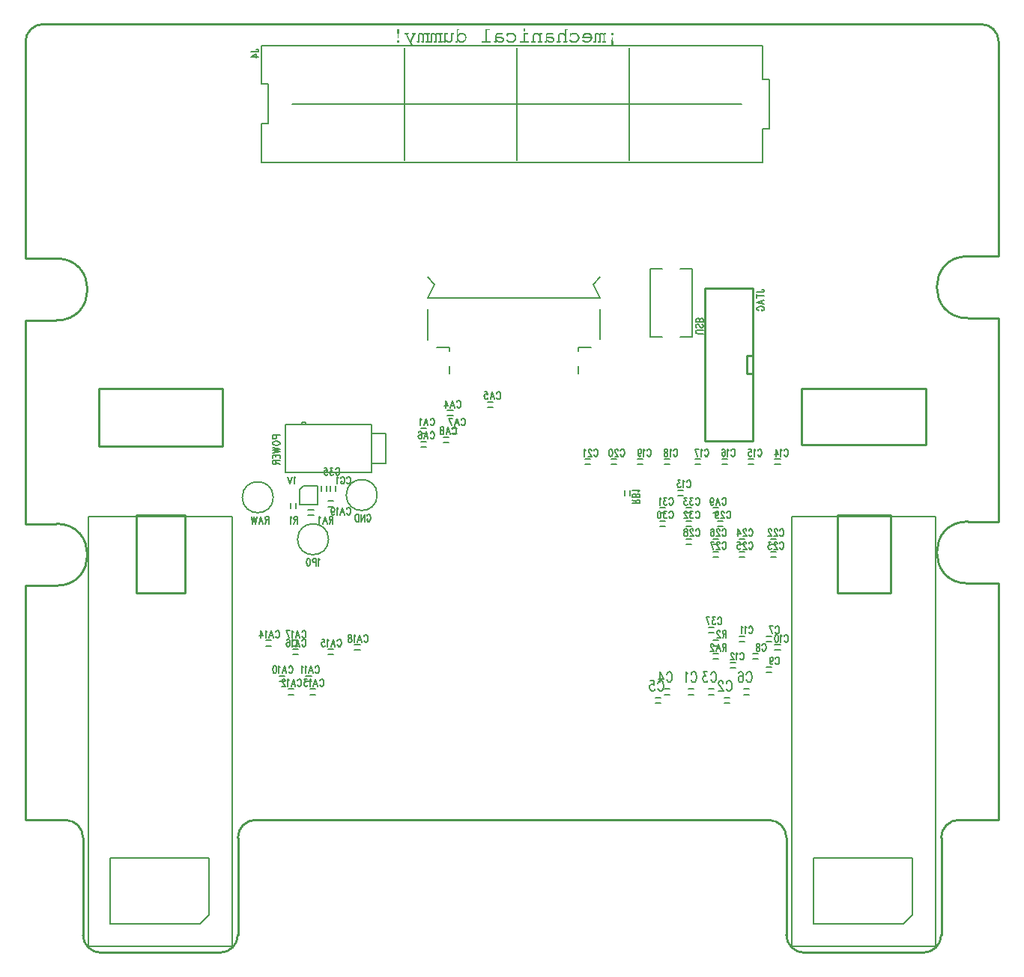
<source format=gbo>
*
*
G04 PADS 9.5 Build Number: 522968 generated Gerber (RS-274-X) file*
G04 PC Version=2.1*
*
%IN "fakeSCROD.pcb"*%
*
%MOIN*%
*
%FSLAX35Y35*%
*
*
*
*
G04 PC Standard Apertures*
*
*
G04 Thermal Relief Aperture macro.*
%AMTER*
1,1,$1,0,0*
1,0,$1-$2,0,0*
21,0,$3,$4,0,0,45*
21,0,$3,$4,0,0,135*
%
*
*
G04 Annular Aperture macro.*
%AMANN*
1,1,$1,0,0*
1,0,$2,0,0*
%
*
*
G04 Odd Aperture macro.*
%AMODD*
1,1,$1,0,0*
1,0,$1-0.005,0,0*
%
*
*
G04 PC Custom Aperture Macros*
*
*
*
*
*
*
G04 PC Aperture Table*
*
%ADD010C,0.001*%
%ADD012C,0.005*%
%ADD013C,0.01*%
%ADD098C,0.008*%
*
*
*
*
G04 PC Circuitry*
G04 Layer Name fakeSCROD.pcb - circuitry*
%LPD*%
*
G54D10*
G01X361300Y445147D02*
X361113Y448032D01*
X361028Y448203*
X360976Y448255*
X360923Y448203*
X360838Y448032*
X360652Y445147*
Y444969*
X360735Y444721*
X360976Y444640*
X361217Y444721*
X361300Y444969*
Y445147*
X361391Y450006D02*
X361308Y450256D01*
X361054Y450425*
X360897*
X360644Y450256*
X360561Y450006*
X360644Y449673*
X360890Y449591*
X361061*
X361308Y449673*
X361391Y450006*
X358111Y450279D02*
X358049Y450341D01*
X357880Y450425*
X357194*
Y450008*
X357109Y449973*
X356653Y450429*
X356122Y450517*
X355679Y450340*
X355679D02*
X355314Y449883D01*
X355243Y449876*
X354688Y450338*
X354243Y450516*
X353890Y450428*
X353536Y450251*
X353359Y449897*
X353269Y449535*
Y446831*
X353219Y446781*
X352857*
X352688Y446696*
X352625Y446634*
X352689Y446507*
X353543*
Y449728*
X353551Y449755*
X353738Y450036*
X353757Y450053*
X354131Y450240*
X354172Y450241*
X354639Y450055*
X354648Y450050*
X354929Y449863*
X354941Y449851*
X355221Y449477*
X355231Y449447*
Y446831*
X355181Y446781*
X354819*
X354650Y446696*
X354588Y446634*
X354652Y446507*
X355505*
Y449728*
X355514Y449755*
X355701Y450036*
X355720Y450053*
X356094Y450240*
X356126Y450244*
X356593Y450151*
X356619Y450137*
X356899Y449857*
X356904Y449851*
X357184Y449477*
X357194Y449447*
Y446831*
X357144Y446781*
X356782*
X356613Y446696*
X356551Y446634*
X356614Y446507*
X358048*
X358111Y446634*
X358049Y446696*
X357880Y446781*
X357518*
X357468Y446831*
Y450102*
X357518Y450152*
X358048*
X358111Y450279*
X351859Y448513D02*
X351677Y449333D01*
X351222Y449970*
X350584Y450335*
X349761Y450518*
X348938Y450335*
X348301Y449971*
X347847Y449244*
X347761Y448469*
X351537*
X351585Y448406*
X351398Y447751*
X351388Y447733*
X350921Y447172*
X350910Y447163*
X350349Y446789*
X350329Y446781*
X349674Y446688*
X349658*
X348723Y446875*
X348710Y446879*
X347963Y447253*
X347950Y447262*
X347892Y447321*
X347766Y447194*
X347839Y447047*
X348107Y446780*
X348563Y446597*
X349115Y446413*
X349662*
X350489Y446597*
X351221Y447055*
X351677Y447692*
X351859Y448513*
X351537Y448743D02*
X348079D01*
X348031Y448809*
X348218Y449370*
X348226Y449385*
X348600Y449852*
X348617Y449866*
X349178Y450146*
X349192Y450151*
X349753Y450244*
X349768Y450245*
X350422Y450151*
X350437Y450146*
X350998Y449866*
X351015Y449852*
X351389Y449385*
X351397Y449370*
X351584Y448809*
X351537Y448743*
X346158Y448419D02*
X345976Y449240D01*
X345519Y449879*
X344881Y450335*
X343964Y450518*
X343141Y450427*
X342496Y450058*
X342421Y450102*
Y450183*
X342337Y450352*
X342284Y450405*
X342232Y450352*
X342147Y450183*
Y449459*
X342232Y449290*
X342305Y449217*
X342347*
X342425Y449373*
X342517Y449650*
X342535Y449674*
X342908Y449955*
X342920Y449961*
X343387Y450148*
X343399Y450151*
X344053Y450245*
X344066*
X344814Y450151*
X344840Y450140*
X345400Y449673*
X345410Y449662*
X345784Y449101*
X345792Y449081*
X345885Y448426*
Y448412*
X345792Y447758*
X345784Y447737*
X345410Y447177*
X345393Y447161*
X344739Y446787*
X344721Y446781*
X344067Y446688*
X344060Y446687*
X343593*
X343577Y446690*
X343016Y446877*
X343010Y446879*
X342636Y447066*
X342627Y447072*
X342160Y447446*
X342155Y447449*
X342087Y447517*
X341960Y447454*
Y447399*
X342046Y447142*
X342404Y446873*
X343139Y446506*
X344060Y446414*
X344883Y446505*
X345519Y446960*
X345976Y447599*
X346158Y448419*
X340821Y451981D02*
X340752Y452120D01*
X340590Y452201*
X339904*
Y449821*
X339819Y449786*
X339451Y450154*
X339089Y450335*
X338359Y450517*
X337635Y450336*
X337095Y449887*
X337006Y449529*
X337005Y449525*
X336914Y449252*
Y446831*
X336864Y446781*
X336502*
X336333Y446696*
X336270Y446634*
X336334Y446507*
X337767*
X337831Y446634*
X337769Y446696*
X337599Y446781*
X337599D02*
X337237D01*
X337187Y446831*
Y449167*
X337189Y449179*
X337282Y449553*
X337286Y449563*
X337473Y449937*
X337495Y449959*
X337869Y450146*
X337882Y450151*
X338349Y450244*
X338369*
X338836Y450151*
X338842Y450149*
X339122Y450056*
X339142Y450043*
X339890Y449296*
X339904Y449260*
Y446831*
X339854Y446781*
X339492*
X339323Y446696*
X339261Y446634*
X339324Y446507*
X340758*
X340821Y446634*
X340759Y446696*
X340590Y446781*
X340228*
X340178Y446831*
Y451877*
X340228Y451927*
X340768*
X340821Y451981*
X335037Y447487D02*
X334948Y448021D01*
X334498Y448472*
X333952Y448744*
X333029Y448837*
X332478*
X331831Y448652*
X331767Y448700*
Y449354*
X331768Y449366*
X331862Y449740*
X331875Y449763*
X332062Y449950*
X332075Y449959*
X332449Y450146*
X332463Y450151*
X333024Y450244*
X333042*
X333509Y450151*
X333511Y450150*
X334253Y449965*
X334496*
X334571Y450113*
Y450164*
X334416Y450241*
X334050Y450333*
X333399Y450426*
X333396*
X332938Y450518*
X332393Y450427*
X331850Y450156*
X331583Y449800*
X331493Y449349*
Y446831*
X331443Y446781*
X331081*
X330912Y446696*
X330850Y446634*
X330913Y446507*
X331767*
Y447017*
X331841Y447061*
X332675Y446598*
X333594Y446414*
X334230Y446505*
X334680Y446775*
X334948Y447133*
X335037Y447487*
X334762Y447469D02*
X334668Y447189D01*
X334662Y447177*
X334475Y446896*
X334446Y446875*
X334072Y446782*
X334070Y446781*
X333602Y446688*
X333593Y446687*
X333125*
X333107Y446691*
X332639Y446878*
X332628Y446884*
X332254Y447164*
X332253Y447165*
X331786Y447539*
X331767Y447578*
Y448326*
X331801Y448373*
X332362Y448560*
X332378Y448563*
X333032*
X333038Y448562*
X333786Y448469*
X333802Y448464*
X334363Y448184*
X334376Y448174*
X334656Y447894*
X334669Y447871*
X334763Y447497*
X334762Y447469*
X329607Y450279D02*
X329544Y450341D01*
X329375Y450425*
X328689*
Y449821*
X328604Y449786*
X328236Y450154*
X327874Y450335*
X327143Y450517*
X326328Y450336*
X325881Y449889*
X325791Y449529*
X325790Y449525*
X325699Y449252*
Y446831*
X325649Y446781*
X325287*
X325118Y446696*
X325055Y446634*
X325119Y446507*
X326552*
X326616Y446634*
X326554Y446696*
X326385Y446781*
X326023*
X325973Y446831*
Y449167*
X325974Y449179*
X326067Y449553*
X326071Y449563*
X326258Y449937*
X326281Y449959*
X326654Y450146*
X326667Y450151*
X327134Y450244*
X327158Y450243*
X327812Y450056*
X327828Y450048*
X328202Y449768*
X328207Y449763*
X328675Y449296*
X328689Y449260*
Y446831*
X328639Y446781*
X328277*
X328108Y446696*
X328046Y446634*
X328109Y446507*
X329543*
X329607Y446634*
X329544Y446696*
X329375Y446781*
X329013*
X328963Y446831*
Y450102*
X329013Y450152*
X329543*
X329607Y450279*
X323625Y446634D02*
X323563Y446696D01*
X323394Y446781*
X321910*
X321860Y446831*
Y450102*
X321910Y450152*
X323188*
X323251Y450279*
X323189Y450341*
X323020Y450425*
X321587*
Y446831*
X321537Y446781*
X320053*
X319884Y446696*
X319822Y446634*
X319885Y446507*
X323562*
X323625Y446634*
X322047Y452388D02*
X321587D01*
Y451460*
X322047*
Y452388*
X318121Y448419D02*
X317939Y449240D01*
X317482Y449879*
X316843Y450335*
X315927Y450518*
X315104Y450427*
X314459Y450058*
X314384Y450102*
Y450183*
X314299Y450352*
X314247Y450405*
X314194Y450352*
X314110Y450183*
Y449459*
X314194Y449290*
X314268Y449217*
X314309*
X314387Y449373*
X314480Y449650*
X314497Y449674*
X314871Y449955*
X314882Y449961*
X315350Y450148*
X315361Y450151*
X316015Y450245*
X316029*
X316776Y450151*
X316802Y450140*
X317363Y449673*
X317373Y449662*
X317746Y449101*
X317754Y449081*
X317848Y448426*
Y448412*
X317754Y447758*
X317746Y447737*
X317373Y447177*
X317356Y447161*
X316702Y446787*
X316684Y446781*
X316030Y446688*
X316023Y446687*
X315555*
X315539Y446690*
X314979Y446877*
X314972Y446879*
X314598Y447066*
X314589Y447072*
X314122Y447446*
X314118Y447449*
X314050Y447517*
X313923Y447454*
Y447399*
X314009Y447142*
X314367Y446873*
X315102Y446506*
X316022Y446414*
X316845Y446505*
X317482Y446960*
X317939Y447599*
X318121Y448419*
X312607Y447487D02*
X312518Y448021D01*
X312068Y448472*
X311522Y448744*
X310599Y448837*
X310048*
X309401Y448652*
X309337Y448700*
Y449354*
X309338Y449366*
X309338D02*
X309432Y449740D01*
X309445Y449763*
X309632Y449950*
X309645Y449959*
X310019Y450146*
X310033Y450151*
X310594Y450244*
X310612*
X311079Y450151*
X311081Y450150*
X311823Y449965*
X312066*
X312141Y450113*
Y450164*
X311986Y450241*
X311620Y450333*
X310969Y450426*
X310966*
X310508Y450518*
X309963Y450427*
X309420Y450156*
X309153Y449800*
X309063Y449349*
Y446831*
X309013Y446781*
X308651*
X308482Y446696*
X308420Y446634*
X308483Y446507*
X309337*
Y447017*
X309411Y447061*
X310246Y446598*
X311164Y446414*
X311800Y446505*
X312250Y446775*
X312519Y447133*
X312607Y447487*
X312332Y447469D02*
X312238Y447189D01*
X312232Y447177*
X312045Y446896*
X312016Y446875*
X311642Y446782*
X311640Y446781*
X311173Y446688*
X311163Y446687*
X310695*
X310677Y446691*
X310210Y446878*
X310198Y446884*
X309824Y447164*
X309823Y447165*
X309356Y447539*
X309337Y447578*
Y448326*
X309371Y448373*
X309932Y448560*
X309948Y448563*
X310602*
X310608Y448562*
X311356Y448469*
X311372Y448464*
X311933Y448184*
X311946Y448174*
X312226Y447894*
X312239Y447871*
X312333Y447497*
X312332Y447469*
X306803Y446634D02*
X306741Y446696D01*
X306571Y446781*
X305088*
X305038Y446831*
Y451877*
X305088Y451927*
X306365*
X306429Y452054*
X306367Y452117*
X306198Y452201*
X304764*
Y446831*
X304714Y446781*
X303231*
X303061Y446696*
X302999Y446634*
X303063Y446507*
X306739*
X306803Y446634*
X295878Y448420D02*
X295787Y448968D01*
X295605Y449514*
X294873Y450246*
X294420Y450427*
X293874Y450518*
X292959Y450335*
X292600Y450065*
X292230Y449603*
X292141Y449634*
Y451877*
X292191Y451927*
X292731*
X292784Y451981*
X292714Y452120*
X292553Y452201*
X291867*
Y446831*
X291817Y446781*
X291455*
X291286Y446696*
X291224Y446634*
X291287Y446507*
X292141*
Y447298*
X292230Y447329*
X292600Y446867*
X292959Y446597*
X293874Y446414*
X294420Y446505*
X294876Y446688*
X295240Y446960*
X295604Y447416*
X295787Y447965*
X295878Y448420*
X295605Y448419D02*
Y448412D01*
X295511Y447758*
X295503Y447737*
X295130Y447177*
X295116Y447163*
X294555Y446789*
X294534Y446781*
X293880Y446688*
X293866*
X293212Y446781*
X293191Y446789*
X292630Y447163*
X292616Y447177*
X292243Y447737*
X292235Y447758*
X292141Y448412*
Y448419*
Y448426*
X292235Y449173*
X292243Y449195*
X292616Y449755*
X292630Y449769*
X293191Y450143*
X293212Y450151*
X293866Y450245*
X293880*
X294534Y450151*
X294555Y450143*
X295116Y449769*
X295130Y449755*
X295503Y449195*
X295511Y449173*
X295605Y448426*
Y448419*
X290354Y450279D02*
X290292Y450341D01*
X290123Y450425*
X289437*
Y447578*
X289436Y447566*
X289342Y447192*
X289329Y447169*
X289142Y446982*
X289134Y446976*
X288854Y446789*
X288842Y446783*
X288562Y446690*
X288536Y446688*
X287601Y446875*
X287601D02*
X287586Y446881D01*
X287118Y447161*
X287109Y447169*
X286735Y447543*
X286720Y447578*
Y450102*
X286770Y450152*
X287580*
X287644Y450279*
X287582Y450341*
X287413Y450425*
X286446*
Y446831*
X286396Y446781*
X286034*
X285865Y446696*
X285803Y446634*
X285867Y446507*
X286720*
Y447017*
X286794Y447061*
X287629Y446598*
X288546Y446414*
X288997Y446504*
X289352Y446682*
X289620Y447129*
X289711Y447583*
Y450102*
X289761Y450152*
X290291*
X290354Y450279*
X285214D02*
X285152Y450341D01*
X284983Y450425*
X284297*
Y450008*
X284211Y449973*
X283756Y450429*
X283224Y450517*
X282782Y450340*
X282417Y449883*
X282346Y449876*
X281791Y450338*
X281346Y450516*
X280993Y450428*
X280639Y450251*
X280462Y449897*
X280372Y449535*
Y446831*
X280322Y446781*
X279960*
X279790Y446696*
X279728Y446634*
X279792Y446507*
X280645*
Y449728*
X280654Y449755*
X280841Y450036*
X280860Y450053*
X281234Y450240*
X281275Y450241*
X281742Y450055*
X281751Y450050*
X282032Y449863*
X282044Y449851*
X282324Y449477*
X282334Y449447*
Y446831*
X282284Y446781*
X281922*
X281753Y446696*
X281691Y446634*
X281754Y446507*
X282608*
Y449728*
X282616Y449755*
X282803Y450036*
X282823Y450053*
X283196Y450240*
X283229Y450244*
X283696Y450151*
X283721Y450137*
X284002Y449857*
X284006Y449851*
X284287Y449477*
X284297Y449447*
Y446831*
X284247Y446781*
X283885*
X283716Y446696*
X283653Y446634*
X283717Y446507*
X285150*
X285214Y446634*
X285152Y446696*
X284983Y446781*
X284621*
X284571Y446831*
Y450102*
X284621Y450152*
X285150*
X285214Y450279*
X279607D02*
X279544Y450341D01*
X279375Y450425*
X278689*
Y450008*
X278604Y449973*
X278148Y450429*
X277617Y450517*
X277175Y450340*
X276809Y449883*
X276738Y449876*
X276184Y450338*
X275739Y450516*
X275386Y450428*
X275032Y450251*
X274855Y449897*
X274764Y449535*
Y446831*
X274714Y446781*
X274352*
X274183Y446696*
X274121Y446634*
X274184Y446507*
X275038*
Y449728*
X275046Y449755*
X275233Y450036*
X275252Y450053*
X275626Y450240*
X275667Y450241*
X276135Y450055*
X276144Y450050*
X276424Y449863*
X276436Y449851*
X276717Y449477*
X276727Y449447*
Y446831*
X276677Y446781*
X276315*
X276146Y446696*
X276083Y446634*
X276147Y446507*
X277001*
Y449728*
X277009Y449755*
X277196Y450036*
X277215Y450053*
X277589Y450240*
X277621Y450244*
X278088Y450151*
X278114Y450137*
X278394Y449857*
X278399Y449851*
X278679Y449477*
X278689Y449447*
Y446831*
X278639Y446781*
X278277*
X278108Y446696*
X278046Y446634*
X278109Y446507*
X279543*
X279607Y446634*
X279544Y446696*
X279375Y446781*
X279013*
X278963Y446831*
Y450102*
X279013Y450152*
X279543*
X279607Y450279*
X273356Y450361D02*
X273292Y450425D01*
X272296*
X272127Y450341*
X272065Y450279*
X272128Y450152*
X272658*
X272703Y450080*
X271114Y446809*
X271024*
X269435Y450080*
X269480Y450152*
X270104*
X270167Y450279*
X270105Y450341*
X269936Y450425*
X269025*
X268856Y450341*
X268783Y450268*
Y450216*
X268847Y450152*
X269107*
X269152Y450123*
X271582Y445077*
X271537Y445005*
X271175*
X271005Y444920*
X270953Y444868*
X271005Y444816*
X271175Y444731*
X273281*
X273345Y444858*
X273283Y444920*
X273114Y445005*
X271910*
X271865Y445034*
X271211Y446436*
Y446479*
X272987Y450123*
X273032Y450152*
X273281*
X273356Y450300*
Y450361*
X266064Y446829D02*
X265981Y447079D01*
X265727Y447248*
X265570*
X265317Y447079*
X265233Y446829*
X265317Y446495*
X265563Y446413*
X265734*
X265981Y446495*
X266064Y446829*
X265973Y451869D02*
X265890Y452118D01*
X265649Y452198*
X265408Y452118*
X265325Y451869*
Y451692*
X265511Y448619*
X265596Y448449*
X265649Y448397*
X265701Y448449*
X265786Y448619*
X265973Y451692*
Y451869*
X265300Y446562D02*
Y447028D01*
X265400Y446468D02*
Y447134D01*
Y450452D02*
Y452095D01*
X265500Y446434D02*
Y447201D01*
Y448802D02*
Y452149D01*
X265600Y446413D02*
Y447248D01*
Y448445D02*
Y452182D01*
X265700Y446413D02*
Y447248D01*
Y448448D02*
Y452181D01*
X265800Y446435D02*
Y447199D01*
Y448845D02*
Y452148D01*
X265900Y446469D02*
Y447132D01*
Y450495D02*
Y452087D01*
X266000Y446573D02*
Y447020D01*
X268800Y450199D02*
Y450285D01*
X268900Y450152D02*
Y450363D01*
X269000Y450152D02*
Y450413D01*
X269100Y450152D02*
Y450425D01*
X269200Y450023D02*
Y450425D01*
X269300Y449815D02*
Y450425D01*
X269400Y449608D02*
Y450425D01*
X269500Y449400D02*
Y449947D01*
Y450152D02*
Y450425D01*
X269600Y449192D02*
Y449741D01*
Y450152D02*
Y450425D01*
X269700Y448984D02*
Y449535D01*
Y450152D02*
Y450425D01*
X269800Y448777D02*
Y449329D01*
Y450152D02*
Y450425D01*
X269900Y448569D02*
Y449123D01*
Y450152D02*
Y450425D01*
X270000Y448361D02*
Y448917D01*
Y450152D02*
Y450393D01*
X270100Y448154D02*
Y448712D01*
Y450152D02*
Y450343D01*
X270200Y447946D02*
Y448506D01*
X270300Y447738D02*
Y448300D01*
X270400Y447531D02*
Y448094D01*
X270500Y447323D02*
Y447888D01*
X270600Y447115D02*
Y447682D01*
X270700Y446908D02*
Y447476D01*
X270800Y446700D02*
Y447270D01*
X270900Y446492D02*
Y447065D01*
X271000Y444821D02*
Y444915D01*
Y446284D02*
Y446859D01*
X271100Y444768D02*
Y444968D01*
Y446077D02*
Y446791D01*
X271200Y444731D02*
Y445005D01*
Y445869D02*
Y446985D01*
X271300Y444731D02*
Y445005D01*
Y445661D02*
Y446245D01*
Y446661D02*
Y447191D01*
X271400Y444731D02*
Y445005D01*
Y445454D02*
Y446030D01*
Y446866D02*
Y447397D01*
X271500Y444731D02*
Y445005D01*
Y445246D02*
Y445816D01*
Y447071D02*
Y447603D01*
X271600Y444731D02*
Y445602D01*
Y447277D02*
Y447809D01*
X271700Y444731D02*
Y445387D01*
Y447482D02*
Y448015D01*
X271800Y444731D02*
Y445173D01*
Y447687D02*
Y448221D01*
X271900Y444731D02*
Y445006D01*
Y447892D02*
Y448426D01*
X272000Y444731D02*
Y445005D01*
Y448098D02*
Y448632D01*
X272100Y444731D02*
Y445005D01*
Y448303D02*
Y448838D01*
Y450208D02*
Y450314D01*
X272200Y444731D02*
Y445005D01*
Y448508D02*
Y449044D01*
Y450152D02*
Y450377D01*
X272300Y444731D02*
Y445005D01*
Y448713D02*
Y449250D01*
Y450152D02*
Y450425D01*
X272400Y444731D02*
Y445005D01*
Y448919D02*
Y449456D01*
Y450152D02*
Y450425D01*
X272500Y444731D02*
Y445005D01*
Y449124D02*
Y449662D01*
Y450152D02*
Y450425D01*
X272600Y444731D02*
Y445005D01*
Y449329D02*
Y449868D01*
Y450152D02*
Y450425D01*
X272700Y444731D02*
Y445005D01*
Y449535D02*
Y450074D01*
Y450129D02*
Y450425D01*
X272800Y444731D02*
Y445005D01*
Y449740D02*
Y450425D01*
X272900Y444731D02*
Y445005D01*
Y449945D02*
Y450425D01*
X273000Y444731D02*
Y445005D01*
Y450140D02*
Y450425D01*
X273100Y444731D02*
Y445005D01*
Y450152D02*
Y450425D01*
X273200Y444731D02*
Y444962D01*
Y450152D02*
Y450425D01*
X273300Y444768D02*
Y444903D01*
Y450189D02*
Y450417D01*
X274200Y446507D02*
Y446704D01*
X274300Y446507D02*
Y446754D01*
X274400Y446507D02*
Y446781D01*
X274500Y446507D02*
Y446781D01*
X274600Y446507D02*
Y446781D01*
X274700Y446507D02*
Y446781D01*
X274800Y446507D02*
Y449678D01*
X274900Y446507D02*
Y449988D01*
X275000Y446507D02*
Y450188D01*
X275100Y449836D02*
Y450285D01*
X275200Y449986D02*
Y450335D01*
X275300Y450077D02*
Y450385D01*
X275400Y450127D02*
Y450432D01*
X275500Y450177D02*
Y450457D01*
X275600Y450227D02*
Y450482D01*
X275700Y450228D02*
Y450507D01*
X275800Y450188D02*
Y450492D01*
X275900Y450148D02*
Y450452D01*
X276000Y450108D02*
Y450412D01*
X276100Y446600D02*
Y446650D01*
Y450068D02*
Y450372D01*
X276200Y446507D02*
Y446723D01*
Y450012D02*
Y450325D01*
X276300Y446507D02*
Y446773D01*
Y449946D02*
Y450241D01*
X276400Y446507D02*
Y446781D01*
Y449879D02*
Y450158D01*
X276500Y446507D02*
Y446781D01*
Y449766D02*
Y450075D01*
X276600Y446507D02*
Y446781D01*
Y449633D02*
Y449991D01*
X276700Y446507D02*
Y446786D01*
Y449500D02*
Y449908D01*
X276800Y446507D02*
Y449875D01*
X276900Y446507D02*
Y449997D01*
X277000Y446507D02*
Y450122D01*
X277100Y449892D02*
Y450247D01*
X277200Y450041D02*
Y450350D01*
X277300Y450095D02*
Y450390D01*
X277400Y450145D02*
Y450430D01*
X277500Y450195D02*
Y450470D01*
X277600Y450244D02*
Y450510D01*
X277700Y450228D02*
Y450503D01*
X277800Y450208D02*
Y450487D01*
X277900Y450188D02*
Y450470D01*
X278000Y450168D02*
Y450453D01*
X278100Y446526D02*
Y446688D01*
Y450147D02*
Y450437D01*
X278200Y446507D02*
Y446742D01*
Y450051D02*
Y450377D01*
X278300Y446507D02*
Y446781D01*
Y449951D02*
Y450277D01*
X278400Y446507D02*
Y446781D01*
Y449850D02*
Y450177D01*
X278500Y446507D02*
Y446781D01*
Y449716D02*
Y450077D01*
X278600Y446507D02*
Y446781D01*
Y449583D02*
Y449977D01*
X278700Y446507D02*
Y450425D01*
X278800Y446507D02*
Y450425D01*
X278900Y446507D02*
Y450425D01*
X279000Y446507D02*
Y446782D01*
Y450150D02*
Y450425D01*
X279100Y446507D02*
Y446781D01*
Y450152D02*
Y450425D01*
X279200Y446507D02*
Y446781D01*
Y450152D02*
Y450425D01*
X279300Y446507D02*
Y446781D01*
Y450152D02*
Y450425D01*
X279400Y446507D02*
Y446768D01*
Y450152D02*
Y450413D01*
X279500Y446507D02*
Y446718D01*
Y450152D02*
Y450363D01*
X279600Y446621D02*
Y446640D01*
Y450266D02*
Y450285D01*
X279800Y446507D02*
Y446701D01*
X279900Y446507D02*
Y446751D01*
X280000Y446507D02*
Y446781D01*
X280100Y446507D02*
Y446781D01*
X280200Y446507D02*
Y446781D01*
X280300Y446507D02*
Y446781D01*
X280400Y446507D02*
Y449648D01*
X280500Y446507D02*
Y449973D01*
X280600Y446507D02*
Y450173D01*
X280700Y449825D02*
Y450282D01*
X280800Y449975D02*
Y450332D01*
X280900Y450073D02*
Y450382D01*
X281000Y450123D02*
Y450430D01*
X281100Y450173D02*
Y450455D01*
X281200Y450223D02*
Y450480D01*
X281300Y450231D02*
Y450505D01*
X281400Y450191D02*
Y450495D01*
X281500Y450151D02*
Y450455D01*
X281600Y450111D02*
Y450415D01*
X281700Y446615D02*
Y446643D01*
Y450071D02*
Y450375D01*
X281800Y446507D02*
Y446719D01*
Y450017D02*
Y450331D01*
X281900Y446507D02*
Y446769D01*
Y449950D02*
Y450248D01*
X282000Y446507D02*
Y446781D01*
Y449884D02*
Y450164D01*
X282100Y446507D02*
Y446781D01*
Y449776D02*
Y450081D01*
X282200Y446507D02*
Y446781D01*
Y449643D02*
Y449998D01*
X282300Y446507D02*
Y446783D01*
Y449510D02*
Y449914D01*
X282400Y446507D02*
Y449870D01*
X282500Y446507D02*
Y449988D01*
X282600Y446507D02*
Y450113D01*
X282700Y449881D02*
Y450238D01*
X282800Y450031D02*
Y450347D01*
X282900Y450092D02*
Y450387D01*
X283000Y450142D02*
Y450427D01*
X283100Y450192D02*
Y450467D01*
X283200Y450241D02*
Y450507D01*
X283300Y450230D02*
Y450505D01*
X283400Y450210D02*
Y450488D01*
X283500Y450190D02*
Y450471D01*
X283600Y450170D02*
Y450455D01*
X283700Y446541D02*
Y446680D01*
Y450150D02*
Y450438D01*
X283800Y446507D02*
Y446738D01*
Y450058D02*
Y450384D01*
X283900Y446507D02*
Y446781D01*
Y449958D02*
Y450284D01*
X284000Y446507D02*
Y446781D01*
Y449858D02*
Y450184D01*
X284100Y446507D02*
Y446781D01*
Y449726D02*
Y450084D01*
X284200Y446507D02*
Y446781D01*
Y449593D02*
Y449984D01*
X284300Y446507D02*
Y450425D01*
X284400Y446507D02*
Y450425D01*
X284500Y446507D02*
Y450425D01*
X284600Y446507D02*
Y446785D01*
Y450147D02*
Y450425D01*
X284700Y446507D02*
Y446781D01*
Y450152D02*
Y450425D01*
X284800Y446507D02*
Y446781D01*
Y450152D02*
Y450425D01*
X284900Y446507D02*
Y446781D01*
Y450152D02*
Y450425D01*
X285000Y446507D02*
Y446772D01*
Y450152D02*
Y450417D01*
X285100Y446507D02*
Y446722D01*
Y450152D02*
Y450367D01*
X285200Y446606D02*
Y446648D01*
Y450251D02*
Y450293D01*
X285900Y446507D02*
Y446713D01*
X286000Y446507D02*
Y446763D01*
X286100Y446507D02*
Y446781D01*
X286200Y446507D02*
Y446781D01*
X286300Y446507D02*
Y446781D01*
X286400Y446507D02*
Y446781D01*
X286500Y446507D02*
Y450425D01*
X286600Y446507D02*
Y450425D01*
X286700Y446507D02*
Y450425D01*
X286800Y447058D02*
Y447478D01*
Y450152D02*
Y450425D01*
X286900Y447003D02*
Y447378D01*
Y450152D02*
Y450425D01*
X287000Y446947D02*
Y447278D01*
Y450152D02*
Y450425D01*
X287100Y446891D02*
Y447178D01*
Y450152D02*
Y450425D01*
X287200Y446836D02*
Y447112D01*
Y450152D02*
Y450425D01*
X287300Y446780D02*
Y447052D01*
Y450152D02*
Y450425D01*
X287400Y446725D02*
Y446992D01*
Y450152D02*
Y450425D01*
X287500Y446669D02*
Y446932D01*
Y450152D02*
Y450382D01*
X287600Y446614D02*
Y446875D01*
Y450191D02*
Y450323D01*
X287700Y446583D02*
Y446855D01*
X287800Y446563D02*
Y446835D01*
X287900Y446543D02*
Y446815D01*
X288000Y446523D02*
Y446795D01*
X288100Y446503D02*
Y446775D01*
X288200Y446483D02*
Y446755D01*
X288300Y446463D02*
Y446735D01*
X288400Y446443D02*
Y446715D01*
X288500Y446423D02*
Y446695D01*
X288600Y446425D02*
Y446702D01*
X288700Y446445D02*
Y446736D01*
X288800Y446465D02*
Y446769D01*
X288900Y446485D02*
Y446820D01*
X289000Y446506D02*
Y446886D01*
X289100Y446556D02*
Y446953D01*
X289200Y446606D02*
Y447040D01*
X289300Y446656D02*
Y447140D01*
X289400Y446762D02*
Y447424D01*
X289500Y446929D02*
Y450425D01*
X289600Y447096D02*
Y450425D01*
X289700Y447529D02*
Y450425D01*
X289800Y450152D02*
Y450425D01*
X289900Y450152D02*
Y450425D01*
X290000Y450152D02*
Y450425D01*
X290100Y450152D02*
Y450425D01*
X290200Y450152D02*
Y450387D01*
X290300Y450170D02*
Y450333D01*
X291300Y446507D02*
Y446703D01*
X291400Y446507D02*
Y446753D01*
X291500Y446507D02*
Y446781D01*
X291600Y446507D02*
Y446781D01*
X291700Y446507D02*
Y446781D01*
X291800Y446507D02*
Y446781D01*
X291900Y446507D02*
Y452201D01*
X292000Y446507D02*
Y452201D01*
X292100Y446507D02*
Y452201D01*
X292200Y447347D02*
Y448001D01*
Y448896D02*
Y449585D01*
Y451927D02*
Y452201D01*
X292300Y447241D02*
Y447651D01*
Y449281D02*
Y449691D01*
Y451927D02*
Y452201D01*
X292400Y447116D02*
Y447501D01*
Y449431D02*
Y449816D01*
Y451927D02*
Y452201D01*
X292500Y446991D02*
Y447351D01*
Y449581D02*
Y449941D01*
Y451927D02*
Y452201D01*
X292600Y446866D02*
Y447201D01*
Y449731D02*
Y450066D01*
Y451927D02*
Y452177D01*
X292700Y446791D02*
Y447116D01*
Y449816D02*
Y450141D01*
Y451927D02*
Y452127D01*
X292800Y446716D02*
Y447050D01*
Y449882D02*
Y450216D01*
X292900Y446641D02*
Y446983D01*
Y449949D02*
Y450291D01*
X293000Y446589D02*
Y446916D01*
Y450016D02*
Y450343D01*
X293100Y446569D02*
Y446850D01*
Y450082D02*
Y450363D01*
X293200Y446549D02*
Y446784D01*
Y450148D02*
Y450383D01*
X293300Y446529D02*
Y446768D01*
Y450164D02*
Y450403D01*
X293400Y446509D02*
Y446754D01*
Y450178D02*
Y450423D01*
X293500Y446489D02*
Y446740D01*
Y450192D02*
Y450443D01*
X293600Y446469D02*
Y446726D01*
Y450207D02*
Y450463D01*
X293700Y446449D02*
Y446711D01*
Y450221D02*
Y450483D01*
X293800Y446429D02*
Y446697D01*
Y450235D02*
Y450503D01*
X293900Y446418D02*
Y446690D01*
Y450242D02*
Y450514D01*
X294000Y446435D02*
Y446705D01*
Y450227D02*
Y450497D01*
X294100Y446452D02*
Y446719D01*
Y450213D02*
Y450480D01*
X294200Y446468D02*
Y446733D01*
Y450199D02*
Y450464D01*
X294300Y446485D02*
Y446748D01*
Y450185D02*
Y450447D01*
X294400Y446502D02*
Y446762D01*
Y450170D02*
Y450430D01*
X294500Y446537D02*
Y446776D01*
Y450156D02*
Y450395D01*
X294600Y446577D02*
Y446819D01*
Y450113D02*
Y450355D01*
X294700Y446617D02*
Y446886D01*
Y450046D02*
Y450315D01*
X294800Y446657D02*
Y446952D01*
Y449980D02*
Y450275D01*
X294900Y446705D02*
Y447019D01*
Y449913D02*
Y450219D01*
X295000Y446780D02*
Y447086D01*
Y449846D02*
Y450119D01*
X295100Y446855D02*
Y447152D01*
Y449780D02*
Y450019D01*
X295200Y446930D02*
Y447282D01*
Y449650D02*
Y449919D01*
X295300Y447035D02*
Y447432D01*
Y449500D02*
Y449819D01*
X295400Y447160D02*
Y447582D01*
Y449350D02*
Y449719D01*
X295500Y447285D02*
Y447732D01*
Y449200D02*
Y449619D01*
X295600Y447410D02*
Y448379D01*
Y448464D02*
Y449519D01*
X295700Y447703D02*
Y449229D01*
X295800Y448029D02*
Y448890D01*
X303000Y446632D02*
Y446634D01*
X303100Y446507D02*
Y446715D01*
X303200Y446507D02*
Y446765D01*
X303300Y446507D02*
Y446781D01*
X303400Y446507D02*
Y446781D01*
X303500Y446507D02*
Y446781D01*
X303600Y446507D02*
Y446781D01*
X303700Y446507D02*
Y446781D01*
X303800Y446507D02*
Y446781D01*
X303900Y446507D02*
Y446781D01*
X304000Y446507D02*
Y446781D01*
X304100Y446507D02*
Y446781D01*
X304200Y446507D02*
Y446781D01*
X304300Y446507D02*
Y446781D01*
X304400Y446507D02*
Y446781D01*
X304500Y446507D02*
Y446781D01*
X304600Y446507D02*
Y446781D01*
X304700Y446507D02*
Y446781D01*
X304800Y446507D02*
Y452201D01*
X304900Y446507D02*
Y452201D01*
X305000Y446507D02*
Y452201D01*
X305100Y446507D02*
Y446781D01*
Y451927D02*
Y452201D01*
X305200Y446507D02*
Y446781D01*
Y451927D02*
Y452201D01*
X305300Y446507D02*
Y446781D01*
Y451927D02*
Y452201D01*
X305400Y446507D02*
Y446781D01*
Y451927D02*
Y452201D01*
X305500Y446507D02*
Y446781D01*
Y451927D02*
Y452201D01*
X305600Y446507D02*
Y446781D01*
Y451927D02*
Y452201D01*
X305700Y446507D02*
Y446781D01*
Y451927D02*
Y452201D01*
X305800Y446507D02*
Y446781D01*
Y451927D02*
Y452201D01*
X305900Y446507D02*
Y446781D01*
Y451927D02*
Y452201D01*
X306000Y446507D02*
Y446781D01*
Y451927D02*
Y452201D01*
X306100Y446507D02*
Y446781D01*
Y451927D02*
Y452201D01*
X306200Y446507D02*
Y446781D01*
Y451927D02*
Y452200D01*
X306300Y446507D02*
Y446781D01*
Y451927D02*
Y452150D01*
X306400Y446507D02*
Y446781D01*
Y451996D02*
Y452083D01*
X306500Y446507D02*
Y446781D01*
X306600Y446507D02*
Y446766D01*
X306700Y446507D02*
Y446716D01*
X306800Y446628D02*
Y446637D01*
X308500Y446507D02*
Y446705D01*
X308600Y446507D02*
Y446755D01*
X308700Y446507D02*
Y446781D01*
X308800Y446507D02*
Y446781D01*
X308900Y446507D02*
Y446781D01*
X309000Y446507D02*
Y446781D01*
X309100Y446507D02*
Y449533D01*
X309200Y446507D02*
Y449862D01*
X309300Y446507D02*
Y449996D01*
X309400Y447066D02*
Y447504D01*
Y448383D02*
Y448651D01*
Y449612D02*
Y450129D01*
X309500Y447012D02*
Y447424D01*
Y448416D02*
Y448680D01*
Y449818D02*
Y450196D01*
X309600Y446956D02*
Y447344D01*
Y448450D02*
Y448709D01*
Y449918D02*
Y450246D01*
X309700Y446901D02*
Y447264D01*
Y448483D02*
Y448737D01*
Y449987D02*
Y450296D01*
X309800Y446845D02*
Y447184D01*
Y448516D02*
Y448766D01*
Y450037D02*
Y450346D01*
X309900Y446790D02*
Y447108D01*
Y448550D02*
Y448794D01*
Y450087D02*
Y450396D01*
X310000Y446734D02*
Y447033D01*
Y448563D02*
Y448823D01*
Y450137D02*
Y450433D01*
X310100Y446679D02*
Y446958D01*
Y448563D02*
Y448837D01*
Y450162D02*
Y450450D01*
X310200Y446623D02*
Y446883D01*
Y448563D02*
Y448837D01*
Y450179D02*
Y450467D01*
X310300Y446587D02*
Y446841D01*
Y448563D02*
Y448837D01*
Y450195D02*
Y450483D01*
X310400Y446567D02*
Y446801D01*
Y448563D02*
Y448837D01*
Y450212D02*
Y450500D01*
X310500Y446547D02*
Y446761D01*
Y448563D02*
Y448837D01*
Y450229D02*
Y450517D01*
X310600Y446527D02*
Y446721D01*
Y448563D02*
Y448837D01*
Y450245D02*
Y450500D01*
X310700Y446507D02*
Y446687D01*
Y448551D02*
Y448827D01*
Y450226D02*
Y450480D01*
X310800Y446487D02*
Y446687D01*
Y448538D02*
Y448817D01*
Y450206D02*
Y450460D01*
X310900Y446467D02*
Y446687D01*
Y448526D02*
Y448807D01*
Y450186D02*
Y450440D01*
X311000Y446447D02*
Y446687D01*
Y448513D02*
Y448797D01*
Y450166D02*
Y450421D01*
X311100Y446427D02*
Y446687D01*
Y448501D02*
Y448787D01*
Y450145D02*
Y450407D01*
X311200Y446419D02*
Y446694D01*
Y448488D02*
Y448777D01*
Y450120D02*
Y450393D01*
X311300Y446433D02*
Y446714D01*
Y448476D02*
Y448767D01*
Y450095D02*
Y450379D01*
X311400Y446448D02*
Y446734D01*
Y448450D02*
Y448757D01*
Y450070D02*
Y450364D01*
X311500Y446462D02*
Y446754D01*
Y448400D02*
Y448747D01*
Y450045D02*
Y450350D01*
X311600Y446476D02*
Y446774D01*
Y448350D02*
Y448706D01*
Y450020D02*
Y450336D01*
X311700Y446490D02*
Y446796D01*
Y448300D02*
Y448656D01*
Y449995D02*
Y450313D01*
X311800Y446505D02*
Y446821D01*
Y448250D02*
Y448606D01*
Y449970D02*
Y450288D01*
X311900Y446565D02*
Y446846D01*
Y448200D02*
Y448556D01*
Y449965D02*
Y450263D01*
X312000Y446625D02*
Y446871D01*
Y448120D02*
Y448506D01*
Y449965D02*
Y450234D01*
X312100Y446685D02*
Y446978D01*
Y448020D02*
Y448439D01*
Y450032D02*
Y450184D01*
X312200Y446745D02*
Y447128D01*
Y447920D02*
Y448339D01*
X312300Y446841D02*
Y447374D01*
Y447628D02*
Y448239D01*
X312400Y446975D02*
Y448139D01*
X312500Y447108D02*
Y448039D01*
X312600Y447459D02*
Y447529D01*
X314000Y447168D02*
Y447492D01*
X314100Y447073D02*
Y447467D01*
X314200Y446998D02*
Y447383D01*
Y449284D02*
Y450358D01*
X314300Y446923D02*
Y447303D01*
Y449217D02*
Y450351D01*
X314400Y446857D02*
Y447223D01*
Y449411D02*
Y450065D01*
X314500Y446807D02*
Y447143D01*
Y449676D02*
Y450082D01*
X314600Y446757D02*
Y447065D01*
Y449751D02*
Y450139D01*
X314700Y446707D02*
Y447015D01*
Y449826D02*
Y450196D01*
X314800Y446657D02*
Y446965D01*
Y449901D02*
Y450253D01*
X314900Y446607D02*
Y446915D01*
Y449968D02*
Y450310D01*
X315000Y446557D02*
Y446869D01*
Y450008D02*
Y450368D01*
X315100Y446507D02*
Y446836D01*
Y450048D02*
Y450425D01*
X315200Y446496D02*
Y446803D01*
Y450088D02*
Y450438D01*
X315300Y446486D02*
Y446769D01*
Y450128D02*
Y450449D01*
X315400Y446476D02*
Y446736D01*
Y450157D02*
Y450460D01*
X315500Y446466D02*
Y446703D01*
Y450171D02*
Y450471D01*
X315600Y446456D02*
Y446687D01*
Y450185D02*
Y450482D01*
X315700Y446446D02*
Y446687D01*
Y450199D02*
Y450493D01*
X315800Y446436D02*
Y446687D01*
Y450214D02*
Y450504D01*
X315900Y446426D02*
Y446687D01*
Y450228D02*
Y450515D01*
X316000Y446416D02*
Y446687D01*
Y450242D02*
Y450504D01*
X316100Y446422D02*
Y446698D01*
Y450236D02*
Y450484D01*
X316200Y446433D02*
Y446712D01*
Y450223D02*
Y450464D01*
X316300Y446444D02*
Y446726D01*
Y450211D02*
Y450444D01*
X316400Y446455D02*
Y446740D01*
Y450198D02*
Y450424D01*
X316500Y446467D02*
Y446755D01*
Y450186D02*
Y450404D01*
X316600Y446478D02*
Y446769D01*
Y450173D02*
Y450384D01*
X316700Y446489D02*
Y446786D01*
Y450161D02*
Y450364D01*
X316800Y446500D02*
Y446843D01*
Y450142D02*
Y450344D01*
X316900Y446544D02*
Y446901D01*
Y450058D02*
Y450295D01*
X317000Y446616D02*
Y446958D01*
Y449975D02*
Y450223D01*
X317100Y446687D02*
Y447015D01*
Y449892D02*
Y450152D01*
X317200Y446758D02*
Y447072D01*
Y449808D02*
Y450080D01*
X317300Y446830D02*
Y447129D01*
Y449725D02*
Y450009D01*
X317400Y446901D02*
Y447218D01*
Y449621D02*
Y449937D01*
X317500Y446985D02*
Y447368D01*
Y449471D02*
Y449854D01*
X317600Y447125D02*
Y447518D01*
Y449321D02*
Y449714D01*
X317700Y447265D02*
Y447668D01*
Y449171D02*
Y449574D01*
X317800Y447405D02*
Y448078D01*
Y448760D02*
Y449434D01*
X317900Y447545D02*
Y449294D01*
X318000Y447876D02*
Y448963D01*
X318100Y448326D02*
Y448513D01*
X319900Y446507D02*
Y446704D01*
X320000Y446507D02*
Y446754D01*
X320100Y446507D02*
Y446781D01*
X320200Y446507D02*
Y446781D01*
X320300Y446507D02*
Y446781D01*
X320400Y446507D02*
Y446781D01*
X320500Y446507D02*
Y446781D01*
X320600Y446507D02*
Y446781D01*
X320700Y446507D02*
Y446781D01*
X320800Y446507D02*
Y446781D01*
X320900Y446507D02*
Y446781D01*
X321000Y446507D02*
Y446781D01*
X321100Y446507D02*
Y446781D01*
X321200Y446507D02*
Y446781D01*
X321300Y446507D02*
Y446781D01*
X321400Y446507D02*
Y446781D01*
X321500Y446507D02*
Y446781D01*
X321600Y446507D02*
Y450425D01*
Y451460D02*
Y452388D01*
X321700Y446507D02*
Y450425D01*
Y451460D02*
Y452388D01*
X321800Y446507D02*
Y450425D01*
Y451460D02*
Y452388D01*
X321900Y446507D02*
Y446782D01*
Y450150D02*
Y450425D01*
Y451460D02*
Y452388D01*
X322000Y446507D02*
Y446781D01*
Y450152D02*
Y450425D01*
Y451460D02*
Y452388D01*
X322100Y446507D02*
Y446781D01*
Y450152D02*
Y450425D01*
X322200Y446507D02*
Y446781D01*
Y450152D02*
Y450425D01*
X322300Y446507D02*
Y446781D01*
Y450152D02*
Y450425D01*
X322400Y446507D02*
Y446781D01*
Y450152D02*
Y450425D01*
X322500Y446507D02*
Y446781D01*
Y450152D02*
Y450425D01*
X322600Y446507D02*
Y446781D01*
Y450152D02*
Y450425D01*
X322700Y446507D02*
Y446781D01*
Y450152D02*
Y450425D01*
X322800Y446507D02*
Y446781D01*
Y450152D02*
Y450425D01*
X322900Y446507D02*
Y446781D01*
Y450152D02*
Y450425D01*
X323000Y446507D02*
Y446781D01*
Y450152D02*
Y450425D01*
X323100Y446507D02*
Y446781D01*
Y450152D02*
Y450385D01*
X323200Y446507D02*
Y446781D01*
Y450176D02*
Y450330D01*
X323300Y446507D02*
Y446781D01*
X323400Y446507D02*
Y446777D01*
X323500Y446507D02*
Y446727D01*
X323600Y446583D02*
Y446659D01*
X325100Y446544D02*
Y446678D01*
X325200Y446507D02*
Y446737D01*
X325300Y446507D02*
Y446781D01*
X325400Y446507D02*
Y446781D01*
X325500Y446507D02*
Y446781D01*
X325600Y446507D02*
Y446781D01*
X325700Y446507D02*
Y449256D01*
X325800Y446507D02*
Y449566D01*
X325900Y446507D02*
Y449908D01*
X326000Y446507D02*
Y446786D01*
Y449283D02*
Y450008D01*
X326100Y446507D02*
Y446781D01*
Y449621D02*
Y450108D01*
X326200Y446507D02*
Y446781D01*
Y449821D02*
Y450208D01*
X326300Y446507D02*
Y446781D01*
Y449969D02*
Y450308D01*
X326400Y446507D02*
Y446773D01*
Y450019D02*
Y450352D01*
X326500Y446507D02*
Y446723D01*
Y450069D02*
Y450375D01*
X326600Y446602D02*
Y446650D01*
Y450119D02*
Y450397D01*
X326700Y450157D02*
Y450419D01*
X326800Y450177D02*
Y450441D01*
X326900Y450197D02*
Y450463D01*
X327000Y450217D02*
Y450486D01*
X327100Y450237D02*
Y450508D01*
X327200Y450231D02*
Y450503D01*
X327300Y450202D02*
Y450478D01*
X327400Y450174D02*
Y450453D01*
X327500Y450145D02*
Y450428D01*
X327600Y450117D02*
Y450403D01*
X327700Y450088D02*
Y450378D01*
X327800Y450060D02*
Y450353D01*
X327900Y449994D02*
Y450322D01*
X328000Y449919D02*
Y450272D01*
X328100Y446526D02*
Y446688D01*
Y449844D02*
Y450222D01*
X328200Y446507D02*
Y446742D01*
Y449769D02*
Y450172D01*
X328300Y446507D02*
Y446781D01*
Y449670D02*
Y450090D01*
X328400Y446507D02*
Y446781D01*
Y449570D02*
Y449990D01*
X328500Y446507D02*
Y446781D01*
Y449470D02*
Y449890D01*
X328600Y446507D02*
Y446781D01*
Y449370D02*
Y449790D01*
X328700Y446507D02*
Y450425D01*
X328800Y446507D02*
Y450425D01*
X328900Y446507D02*
Y450425D01*
X329000Y446507D02*
Y446782D01*
Y450150D02*
Y450425D01*
X329100Y446507D02*
Y446781D01*
Y450152D02*
Y450425D01*
X329200Y446507D02*
Y446781D01*
Y450152D02*
Y450425D01*
X329300Y446507D02*
Y446781D01*
Y450152D02*
Y450425D01*
X329400Y446507D02*
Y446768D01*
Y450152D02*
Y450413D01*
X329500Y446507D02*
Y446718D01*
Y450152D02*
Y450363D01*
X329600Y446621D02*
Y446640D01*
Y450266D02*
Y450285D01*
X330900Y446533D02*
Y446684D01*
X331000Y446507D02*
Y446740D01*
X331100Y446507D02*
Y446781D01*
X331200Y446507D02*
Y446781D01*
X331300Y446507D02*
Y446781D01*
X331400Y446507D02*
Y446781D01*
X331500Y446507D02*
Y449384D01*
X331600Y446507D02*
Y449822D01*
X331700Y446507D02*
Y449956D01*
X331800Y447064D02*
Y447528D01*
Y448373D02*
Y448653D01*
Y449492D02*
Y450089D01*
X331900Y447028D02*
Y447448D01*
Y448406D02*
Y448671D01*
Y449788D02*
Y450181D01*
X332000Y446973D02*
Y447368D01*
Y448440D02*
Y448700D01*
Y449888D02*
Y450231D01*
X332100Y446917D02*
Y447288D01*
Y448473D02*
Y448729D01*
Y449972D02*
Y450281D01*
X332200Y446862D02*
Y447208D01*
Y448506D02*
Y448757D01*
Y450022D02*
Y450331D01*
X332300Y446806D02*
Y447130D01*
Y448540D02*
Y448786D01*
Y450072D02*
Y450381D01*
X332400Y446751D02*
Y447055D01*
Y448563D02*
Y448814D01*
Y450122D02*
Y450428D01*
X332500Y446695D02*
Y446980D01*
Y448563D02*
Y448837D01*
Y450157D02*
Y450445D01*
X332600Y446640D02*
Y446905D01*
Y448563D02*
Y448837D01*
Y450174D02*
Y450462D01*
X332700Y446593D02*
Y446853D01*
Y448563D02*
Y448837D01*
Y450190D02*
Y450478D01*
X332800Y446573D02*
Y446813D01*
Y448563D02*
Y448837D01*
Y450207D02*
Y450495D01*
X332900Y446553D02*
Y446773D01*
Y448563D02*
Y448837D01*
Y450224D02*
Y450512D01*
X333000Y446533D02*
Y446733D01*
Y448563D02*
Y448837D01*
Y450240D02*
Y450506D01*
X333100Y446513D02*
Y446693D01*
Y448555D02*
Y448830D01*
Y450232D02*
Y450486D01*
X333200Y446493D02*
Y446687D01*
Y448542D02*
Y448820D01*
Y450212D02*
Y450466D01*
X333300Y446473D02*
Y446687D01*
Y448530D02*
Y448810D01*
Y450192D02*
Y450446D01*
X333400Y446453D02*
Y446687D01*
Y448517D02*
Y448800D01*
Y450172D02*
Y450426D01*
X333500Y446433D02*
Y446687D01*
Y448505D02*
Y448790D01*
Y450152D02*
Y450411D01*
X333600Y446415D02*
Y446688D01*
Y448492D02*
Y448780D01*
Y450128D02*
Y450397D01*
X333700Y446429D02*
Y446708D01*
Y448480D02*
Y448770D01*
Y450103D02*
Y450383D01*
X333800Y446443D02*
Y446728D01*
Y448465D02*
Y448760D01*
Y450078D02*
Y450369D01*
X333900Y446458D02*
Y446748D01*
Y448415D02*
Y448750D01*
Y450053D02*
Y450354D01*
X334000Y446472D02*
Y446768D01*
Y448365D02*
Y448720D01*
Y450028D02*
Y450340D01*
X334100Y446486D02*
Y446789D01*
Y448315D02*
Y448670D01*
Y450003D02*
Y450320D01*
X334200Y446501D02*
Y446814D01*
Y448265D02*
Y448620D01*
Y449978D02*
Y450295D01*
X334300Y446547D02*
Y446839D01*
Y448215D02*
Y448570D01*
Y449965D02*
Y450270D01*
X334400Y446607D02*
Y446864D01*
Y448150D02*
Y448520D01*
Y449965D02*
Y450245D01*
X334500Y446667D02*
Y446933D01*
Y448050D02*
Y448469D01*
Y449972D02*
Y450199D01*
X334600Y446727D02*
Y447083D01*
Y447950D02*
Y448369D01*
X334700Y446802D02*
Y447284D01*
Y447747D02*
Y448269D01*
X334800Y446935D02*
Y448169D01*
X334900Y447068D02*
Y448069D01*
X335000Y447339D02*
Y447708D01*
X336300Y446574D02*
Y446663D01*
X336400Y446507D02*
Y446730D01*
X336500Y446507D02*
Y446780D01*
X336600Y446507D02*
Y446781D01*
X336700Y446507D02*
Y446781D01*
X336800Y446507D02*
Y446781D01*
X336900Y446507D02*
Y446796D01*
X337000Y446507D02*
Y449511D01*
X337100Y446507D02*
Y449891D01*
X337200Y446507D02*
Y446797D01*
Y449223D02*
Y449974D01*
X337300Y446507D02*
Y446781D01*
Y449591D02*
Y450057D01*
X337400Y446507D02*
Y446781D01*
Y449791D02*
Y450141D01*
X337500Y446507D02*
Y446781D01*
Y449962D02*
Y450224D01*
X337600Y446507D02*
Y446780D01*
Y450012D02*
Y450307D01*
X337700Y446507D02*
Y446730D01*
Y450062D02*
Y450353D01*
X337800Y446572D02*
Y446665D01*
Y450112D02*
Y450378D01*
X337900Y450154D02*
Y450403D01*
X338000Y450174D02*
Y450428D01*
X338100Y450194D02*
Y450453D01*
X338200Y450214D02*
Y450478D01*
X338300Y450234D02*
Y450503D01*
X338400Y450238D02*
Y450507D01*
X338500Y450218D02*
Y450482D01*
X338600Y450198D02*
Y450457D01*
X338700Y450178D02*
Y450432D01*
X338800Y450158D02*
Y450407D01*
X338900Y450130D02*
Y450382D01*
X339000Y450096D02*
Y450357D01*
X339100Y450063D02*
Y450329D01*
X339200Y449985D02*
Y450279D01*
X339300Y446556D02*
Y446673D01*
Y449885D02*
Y450229D01*
X339400Y446507D02*
Y446734D01*
Y449785D02*
Y450179D01*
X339500Y446507D02*
Y446781D01*
Y449685D02*
Y450105D01*
X339600Y446507D02*
Y446781D01*
Y449585D02*
Y450005D01*
X339700Y446507D02*
Y446781D01*
Y449485D02*
Y449905D01*
X339800Y446507D02*
Y446781D01*
Y449385D02*
Y449805D01*
X339900Y446507D02*
Y446810D01*
Y449281D02*
Y449801D01*
X340000Y446507D02*
Y452201D01*
X340100Y446507D02*
Y452201D01*
X340200Y446507D02*
Y446789D01*
Y451919D02*
Y452201D01*
X340300Y446507D02*
Y446781D01*
Y451927D02*
Y452201D01*
X340400Y446507D02*
Y446781D01*
Y451927D02*
Y452201D01*
X340500Y446507D02*
Y446781D01*
Y451927D02*
Y452201D01*
X340600Y446507D02*
Y446776D01*
Y451927D02*
Y452196D01*
X340700Y446507D02*
Y446726D01*
Y451927D02*
Y452146D01*
X340800Y446591D02*
Y446655D01*
Y451959D02*
Y452024D01*
X342000Y447280D02*
Y447474D01*
X342100Y447101D02*
Y447505D01*
X342200Y447026D02*
Y447413D01*
Y449354D02*
Y450289D01*
X342300Y446951D02*
Y447333D01*
Y449222D02*
Y450389D01*
X342400Y446876D02*
Y447253D01*
Y449323D02*
Y450225D01*
X342500Y446825D02*
Y447173D01*
Y449599D02*
Y450060D01*
X342600Y446775D02*
Y447093D01*
Y449723D02*
Y450118D01*
X342700Y446725D02*
Y447034D01*
Y449798D02*
Y450175D01*
X342800Y446675D02*
Y446984D01*
Y449873D02*
Y450232D01*
X342900Y446625D02*
Y446934D01*
Y449948D02*
Y450289D01*
X343000Y446575D02*
Y446884D01*
Y449993D02*
Y450346D01*
X343100Y446525D02*
Y446849D01*
Y450033D02*
Y450403D01*
X343200Y446499D02*
Y446815D01*
Y450073D02*
Y450433D01*
X343300Y446489D02*
Y446782D01*
Y450113D02*
Y450444D01*
X343400Y446479D02*
Y446749D01*
Y450151D02*
Y450456D01*
X343500Y446469D02*
Y446715D01*
Y450166D02*
Y450467D01*
X343600Y446459D02*
Y446687D01*
Y450180D02*
Y450478D01*
X343700Y446449D02*
Y446687D01*
Y450194D02*
Y450489D01*
X343800Y446439D02*
Y446687D01*
Y450208D02*
Y450500D01*
X343900Y446429D02*
Y446687D01*
Y450223D02*
Y450511D01*
X344000Y446419D02*
Y446687D01*
Y450237D02*
Y450511D01*
X344100Y446418D02*
Y446692D01*
Y450240D02*
Y450491D01*
X344200Y446429D02*
Y446707D01*
Y450228D02*
Y450471D01*
X344300Y446440D02*
Y446721D01*
Y450215D02*
Y450451D01*
X344400Y446451D02*
Y446735D01*
Y450203D02*
Y450431D01*
X344500Y446462D02*
Y446749D01*
Y450190D02*
Y450411D01*
X344600Y446474D02*
Y446764D01*
Y450178D02*
Y450391D01*
X344700Y446485D02*
Y446778D01*
Y450165D02*
Y450371D01*
X344800Y446496D02*
Y446822D01*
Y450153D02*
Y450351D01*
X344900Y446517D02*
Y446879D01*
Y450090D02*
Y450321D01*
X345000Y446589D02*
Y446936D01*
Y450006D02*
Y450250D01*
X345100Y446660D02*
Y446993D01*
Y449923D02*
Y450178D01*
X345200Y446732D02*
Y447051D01*
Y449840D02*
Y450107D01*
X345300Y446803D02*
Y447108D01*
Y449756D02*
Y450035D01*
X345400Y446875D02*
Y447166D01*
Y449673D02*
Y449964D01*
X345500Y446946D02*
Y447312D01*
Y449527D02*
Y449893D01*
X345600Y447073D02*
Y447462D01*
Y449377D02*
Y449766D01*
X345700Y447213D02*
Y447612D01*
Y449227D02*
Y449626D01*
X345800Y447353D02*
Y447817D01*
Y449022D02*
Y449486D01*
X345900Y447493D02*
Y449346D01*
X346000Y447707D02*
Y449131D01*
X346100Y448157D02*
Y448681D01*
X347800Y447126D02*
Y447229D01*
Y448469D02*
Y448824D01*
X347900Y446986D02*
Y447312D01*
Y448469D02*
Y449329D01*
X348000Y446886D02*
Y447234D01*
Y448469D02*
Y449489D01*
X348100Y446786D02*
Y447184D01*
Y448469D02*
Y448743D01*
Y449015D02*
Y449649D01*
X348200Y446742D02*
Y447134D01*
Y448469D02*
Y448743D01*
Y449315D02*
Y449809D01*
X348300Y446702D02*
Y447084D01*
Y448469D02*
Y448743D01*
Y449477D02*
Y449969D01*
X348400Y446662D02*
Y447034D01*
Y448469D02*
Y448743D01*
Y449602D02*
Y450027D01*
X348500Y446622D02*
Y446984D01*
Y448469D02*
Y448743D01*
Y449727D02*
Y450085D01*
X348600Y446585D02*
Y446934D01*
Y448469D02*
Y448743D01*
Y449852D02*
Y450142D01*
X348700Y446551D02*
Y446884D01*
Y448469D02*
Y448743D01*
Y449907D02*
Y450199D01*
X348800Y446518D02*
Y446860D01*
Y448469D02*
Y448743D01*
Y449957D02*
Y450256D01*
X348900Y446485D02*
Y446840D01*
Y448469D02*
Y448743D01*
Y450007D02*
Y450313D01*
X349000Y446451D02*
Y446820D01*
Y448469D02*
Y448743D01*
Y450057D02*
Y450349D01*
X349100Y446418D02*
Y446800D01*
Y448469D02*
Y448743D01*
Y450107D02*
Y450371D01*
X349200Y446413D02*
Y446780D01*
Y448469D02*
Y448743D01*
Y450152D02*
Y450393D01*
X349300Y446413D02*
Y446760D01*
Y448469D02*
Y448743D01*
Y450169D02*
Y450415D01*
X349400Y446413D02*
Y446740D01*
Y448469D02*
Y448743D01*
Y450186D02*
Y450437D01*
X349500Y446413D02*
Y446720D01*
Y448469D02*
Y448743D01*
Y450202D02*
Y450460D01*
X349600Y446413D02*
Y446700D01*
Y448469D02*
Y448743D01*
Y450219D02*
Y450482D01*
X349700Y446422D02*
Y446691D01*
Y448469D02*
Y448743D01*
Y450236D02*
Y450504D01*
X349800Y446444D02*
Y446706D01*
Y448469D02*
Y448743D01*
Y450240D02*
Y450509D01*
X349900Y446466D02*
Y446720D01*
Y448469D02*
Y448743D01*
Y450226D02*
Y450487D01*
X350000Y446488D02*
Y446734D01*
Y448469D02*
Y448743D01*
Y450211D02*
Y450464D01*
X350100Y446511D02*
Y446748D01*
Y448469D02*
Y448743D01*
Y450197D02*
Y450442D01*
X350200Y446533D02*
Y446763D01*
Y448469D02*
Y448743D01*
Y450183D02*
Y450420D01*
X350300Y446555D02*
Y446777D01*
Y448469D02*
Y448743D01*
Y450168D02*
Y450398D01*
X350400Y446577D02*
Y446823D01*
Y448469D02*
Y448743D01*
Y450154D02*
Y450376D01*
X350500Y446604D02*
Y446889D01*
Y448469D02*
Y448743D01*
Y450115D02*
Y450353D01*
X350600Y446666D02*
Y446956D01*
Y448469D02*
Y448743D01*
Y450065D02*
Y450325D01*
X350700Y446729D02*
Y447023D01*
Y448469D02*
Y448743D01*
Y450015D02*
Y450268D01*
X350800Y446791D02*
Y447089D01*
Y448469D02*
Y448743D01*
Y449965D02*
Y450211D01*
X350900Y446854D02*
Y447156D01*
Y448469D02*
Y448743D01*
Y449915D02*
Y450154D01*
X351000Y446916D02*
Y447267D01*
Y448469D02*
Y448743D01*
Y449865D02*
Y450097D01*
X351100Y446979D02*
Y447387D01*
Y448469D02*
Y448743D01*
Y449746D02*
Y450040D01*
X351200Y447041D02*
Y447507D01*
Y448469D02*
Y448743D01*
Y449621D02*
Y449983D01*
X351300Y447165D02*
Y447627D01*
Y448469D02*
Y448743D01*
Y449496D02*
Y449861D01*
X351400Y447305D02*
Y447759D01*
Y448469D02*
Y448743D01*
Y449361D02*
Y449721D01*
X351500Y447445D02*
Y448109D01*
Y448469D02*
Y448743D01*
Y449061D02*
Y449581D01*
X351600Y447585D02*
Y449441D01*
X351700Y447797D02*
Y449229D01*
X351800Y448247D02*
Y448779D01*
X352700Y446507D02*
Y446702D01*
X352800Y446507D02*
Y446752D01*
X352900Y446507D02*
Y446781D01*
X353000Y446507D02*
Y446781D01*
X353100Y446507D02*
Y446781D01*
X353200Y446507D02*
Y446781D01*
X353300Y446507D02*
Y449660D01*
X353400Y446507D02*
Y449978D01*
X353500Y446507D02*
Y450178D01*
X353600Y449829D02*
Y450283D01*
X353700Y449979D02*
Y450333D01*
X353800Y450074D02*
Y450383D01*
X353900Y450124D02*
Y450431D01*
X354000Y450174D02*
Y450456D01*
X354100Y450224D02*
Y450481D01*
X354200Y450230D02*
Y450506D01*
X354300Y450190D02*
Y450494D01*
X354400Y450150D02*
Y450454D01*
X354500Y450110D02*
Y450414D01*
X354600Y446610D02*
Y446646D01*
Y450070D02*
Y450374D01*
X354700Y446507D02*
Y446721D01*
Y450015D02*
Y450329D01*
X354800Y446507D02*
Y446771D01*
Y449949D02*
Y450245D01*
X354900Y446507D02*
Y446781D01*
Y449882D02*
Y450162D01*
X355000Y446507D02*
Y446781D01*
Y449773D02*
Y450079D01*
X355100Y446507D02*
Y446781D01*
Y449639D02*
Y449995D01*
X355200Y446507D02*
Y446784D01*
Y449506D02*
Y449912D01*
X355300Y446507D02*
Y449871D01*
X355400Y446507D02*
Y449991D01*
X355500Y446507D02*
Y450116D01*
X355600Y449885D02*
Y450241D01*
X355700Y450035D02*
Y450349D01*
X355800Y450093D02*
Y450389D01*
X355900Y450143D02*
Y450429D01*
X356000Y450193D02*
Y450469D01*
X356100Y450242D02*
Y450509D01*
X356200Y450229D02*
Y450504D01*
X356300Y450209D02*
Y450487D01*
X356400Y450189D02*
Y450471D01*
X356500Y450169D02*
Y450454D01*
X356600Y446535D02*
Y446683D01*
Y450149D02*
Y450437D01*
X356700Y446507D02*
Y446740D01*
Y450056D02*
Y450381D01*
X356800Y446507D02*
Y446781D01*
Y449956D02*
Y450281D01*
X356900Y446507D02*
Y446781D01*
Y449855D02*
Y450181D01*
X357000Y446507D02*
Y446781D01*
Y449723D02*
Y450081D01*
X357100Y446507D02*
Y446781D01*
Y449589D02*
Y449981D01*
X357200Y446507D02*
Y450425D01*
X357300Y446507D02*
Y450425D01*
X357400Y446507D02*
Y450425D01*
X357500Y446507D02*
Y446784D01*
Y450148D02*
Y450425D01*
X357600Y446507D02*
Y446781D01*
Y450152D02*
Y450425D01*
X357700Y446507D02*
Y446781D01*
Y450152D02*
Y450425D01*
X357800Y446507D02*
Y446781D01*
Y450152D02*
Y450425D01*
X357900Y446507D02*
Y446770D01*
Y450152D02*
Y450415D01*
X358000Y446507D02*
Y446720D01*
Y450152D02*
Y450365D01*
X358100Y446611D02*
Y446645D01*
Y450256D02*
Y450290D01*
X360600Y449848D02*
Y450124D01*
X360700Y444825D02*
Y445891D01*
Y449654D02*
Y450294D01*
X360800Y444699D02*
Y447441D01*
Y449621D02*
Y450360D01*
X360900Y444665D02*
Y448156D01*
Y449591D02*
Y450425D01*
X361000Y444648D02*
Y448231D01*
Y449591D02*
Y450425D01*
X361100Y444682D02*
Y448059D01*
Y449604D02*
Y450395D01*
X361200Y444715D02*
Y446691D01*
Y449637D02*
Y450328D01*
X361300Y449670D02*
Y450261D01*
*
G04 PC Custom Flashes*
G04 Layer Name fakeSCROD.pcb - flashes*
%LPD*%
*
*
G04 PC Circuitry*
G04 Layer Name fakeSCROD.pcb - circuitry*
%LPD*%
*
G54D10*
G54D12*
X383465Y315059D02*
X378051D01*
Y345571*
X383465*
X391339Y315059D02*
X396752D01*
Y345571*
X391339*
X215551Y275984D02*
X254134D01*
Y254724*
X215551*
Y275984*
X260433Y258661D02*
X254134D01*
Y272047*
X260433*
Y258661*
X223031Y275984D02*
X224606D01*
Y277165*
X223031*
Y275984*
X210236Y243701D02*
G75*
G03X210236I-6890J0D01*
G01X181654Y83031D02*
Y57835D01*
X177717Y53898*
X137559*
Y83031*
X181654*
X192126Y235157D02*
Y43701D01*
X127996*
Y235157*
X192126*
X494646Y83031D02*
Y57835D01*
X490709Y53898*
X450551*
Y83031*
X494646*
X505118Y235157D02*
Y43701D01*
X440988*
Y235157*
X505118*
X318504Y393898D02*
Y443898D01*
X368504Y393898D02*
Y443898D01*
X268504Y393898D02*
Y443898D01*
X218504Y418898D02*
X418504D01*
X205004Y392898D02*
X428004D01*
Y407898*
X431004*
Y429898*
X428004*
Y444898*
X205004*
Y427648*
X208004*
Y410148*
X205004*
Y392898*
X397441Y158268D02*
X395079D01*
X397441Y155906D02*
X395079D01*
X413189Y154331D02*
X410827D01*
X413189Y151969D02*
X410827D01*
X406299Y158268D02*
X403937D01*
X406299Y155906D02*
X403937D01*
X386614Y158268D02*
X384252D01*
X386614Y155906D02*
X384252D01*
X382677Y154331D02*
X380315D01*
X382677Y151969D02*
X380315D01*
X422047Y158268D02*
X419685D01*
X422047Y155906D02*
X419685D01*
X215354Y164173D02*
X212992D01*
X215354Y161811D02*
X212992D01*
X227165Y164173D02*
X224803D01*
X227165Y161811D02*
X224803D01*
X219291Y158268D02*
X216929D01*
X219291Y155906D02*
X216929D01*
X229134Y158268D02*
X226772D01*
X229134Y155906D02*
X226772D01*
X209449Y179921D02*
X207087D01*
X209449Y177559D02*
X207087D01*
X237008Y175984D02*
X234646D01*
X237008Y173622D02*
X234646D01*
X221260Y175984D02*
X218898D01*
X221260Y173622D02*
X218898D01*
X221260Y179921D02*
X218898D01*
X221260Y177559D02*
X218898D01*
X248819Y177953D02*
X246457D01*
X248819Y175591D02*
X246457D01*
X307874Y286220D02*
X305512D01*
X307874Y283858D02*
X305512D01*
X278346Y268504D02*
X275984D01*
X278346Y266142D02*
X275984D01*
X292126Y274409D02*
X289764D01*
X292126Y272047D02*
X289764D01*
X288189Y270472D02*
X285827D01*
X288189Y268110D02*
X285827D01*
X408268Y238976D02*
X405906D01*
X408268Y236614D02*
X405906D01*
X435827Y177953D02*
X433465D01*
X435827Y175591D02*
X433465D01*
X420079Y181890D02*
X417717D01*
X420079Y179528D02*
X417717D01*
X416142Y170079D02*
X413780D01*
X416142Y167717D02*
X413780D01*
X392520Y246850D02*
X390157D01*
X392520Y244488D02*
X390157D01*
X435827Y260630D02*
X433465D01*
X435827Y258268D02*
X433465D01*
X424016Y260630D02*
X421654D01*
X424016Y258268D02*
X421654D01*
X412205Y260630D02*
X409843D01*
X412205Y258268D02*
X409843D01*
X400394Y260630D02*
X398031D01*
X400394Y258268D02*
X398031D01*
X386614Y260630D02*
X384252D01*
X386614Y258268D02*
X384252D01*
X374803Y260630D02*
X372441D01*
X374803Y258268D02*
X372441D01*
X362992Y260630D02*
X360630D01*
X362992Y258268D02*
X360630D01*
X351181Y260630D02*
X348819D01*
X351181Y258268D02*
X348819D01*
X433858Y225197D02*
X431496D01*
X433858Y222835D02*
X431496D01*
X433858Y219291D02*
X431496D01*
X433858Y216929D02*
X431496D01*
X420079Y225197D02*
X417717D01*
X420079Y222835D02*
X417717D01*
X420079Y219291D02*
X417717D01*
X420079Y216929D02*
X417717D01*
X408268Y225197D02*
X405906D01*
X408268Y222835D02*
X405906D01*
X408268Y219291D02*
X405906D01*
X408268Y216929D02*
X405906D01*
X396457Y225197D02*
X394094D01*
X396457Y222835D02*
X394094D01*
X410236Y233071D02*
X407874D01*
X410236Y230709D02*
X407874D01*
X384646Y233071D02*
X382283D01*
X384646Y230709D02*
X382283D01*
X384646Y238976D02*
X382283D01*
X384646Y236614D02*
X382283D01*
X396457Y233071D02*
X394094D01*
X396457Y230709D02*
X394094D01*
X396457Y238976D02*
X394094D01*
X396457Y236614D02*
X394094D01*
X431890Y181890D02*
X429528D01*
X431890Y179528D02*
X429528D01*
X425984Y174016D02*
X423622D01*
X425984Y171654D02*
X423622D01*
X431890Y168110D02*
X429528D01*
X431890Y165748D02*
X429528D01*
X278346Y274409D02*
X275984D01*
X278346Y272047D02*
X275984D01*
X290157Y282283D02*
X287795D01*
X290157Y279921D02*
X287795D01*
X231693Y248819D02*
Y246457D01*
X234055Y248819D02*
Y246457D01*
X234646Y239567D02*
X237008D01*
X234646Y241929D02*
X237008D01*
X235630Y248819D02*
Y246457D01*
X237992Y248819D02*
Y246457D01*
X408268Y174016D02*
X405906D01*
X408268Y171654D02*
X405906D01*
X408268Y179921D02*
X405906D01*
X408268Y177559D02*
X405906D01*
X234843Y225000D02*
G03X234843I-6890J0D01*
G01X406299Y185827D02*
X403937D01*
X406299Y183465D02*
X403937D01*
X230118Y248819D02*
X223622D01*
X221850Y247047*
Y240551*
X230118*
Y248819*
X279134Y313780D02*
Y327362D01*
X355512Y313976D02*
Y327362D01*
X279134Y332480D02*
X355512D01*
X282874Y310433D02*
X288780D01*
Y308661*
X351772Y310433D02*
X345866D01*
Y308661*
Y301969D02*
Y298819D01*
X288780D02*
Y301969D01*
X279134Y332480D02*
X281890Y338386D01*
X279134Y341732*
X355512Y332480D02*
X352756Y338386D01*
X355512Y341732*
X220276Y238583D02*
Y240945D01*
X217913Y238583D02*
Y240945D01*
X228150Y237992D02*
X225787D01*
X228150Y235630D02*
X225787D01*
X368898Y244488D02*
Y246850D01*
X366535Y244488D02*
Y246850D01*
X256496Y244685D02*
G03X256496I-6890J0D01*
G01X401510Y316535D02*
X399166D01*
X398697Y316649*
X398385Y316876*
X398228Y317217*
Y317445*
X398385Y317785*
X398697Y318013*
X399166Y318126*
X401510*
X401041Y320740D02*
X401353Y320513D01*
X401510Y320172*
Y319717*
X401353Y319376*
X401041Y319149*
X400728*
X400416Y319263*
X400260Y319376*
X400103Y319604*
X399791Y320285*
X399635Y320513*
X399478Y320626*
X399166Y320740*
X398697*
X398385Y320513*
X398228Y320172*
Y319717*
X398385Y319376*
X398697Y319149*
X401510Y321763D02*
X398228D01*
X401510D02*
Y322785D01*
X401353Y323126*
X401197Y323240*
X400885Y323354*
X400572*
X400260Y323240*
X400103Y323126*
X399947Y322785*
Y321763D02*
Y322785D01*
X399791Y323126*
X399635Y323240*
X399322Y323354*
X398853*
X398541Y323240*
X398385Y323126*
X398228Y322785*
Y321763*
X209908Y271260D02*
X213189D01*
X209908D02*
Y270237D01*
X210064Y269896*
X210220Y269783*
X210533Y269669*
X211001*
X211314Y269783*
X211470Y269896*
X211626Y270237*
Y271260*
X209908Y267964D02*
X210064Y268192D01*
X210376Y268419*
X210689Y268533*
X211158Y268646*
X211939*
X212408Y268533*
X212720Y268419*
X213033Y268192*
X213189Y267964*
Y267510*
X213033Y267283*
X212720Y267055*
X212408Y266942*
X211939Y266828*
X211158*
X210689Y266942*
X210376Y267055*
X210064Y267283*
X209908Y267510*
Y267964*
Y265805D02*
X213189Y265237D01*
X209908Y264669D02*
X213189Y265237D01*
X209908Y264669D02*
X213189Y264101D01*
X209908Y263533D02*
X213189Y264101D01*
X209908Y262510D02*
X213189D01*
X209908D02*
Y261033D01*
X211470Y262510D02*
Y261601D01*
X213189Y262510D02*
Y261033D01*
X209908Y260010D02*
X213189D01*
X209908D02*
Y258987D01*
X210064Y258646*
X210220Y258533*
X210533Y258419*
X210845*
X211158Y258533*
X211314Y258646*
X211470Y258987*
Y260010*
Y259214D02*
X213189Y258419D01*
X208268Y235171D02*
Y231890D01*
Y235171D02*
X207245D01*
X206904Y235015*
X206790Y234859*
X206677Y234546*
Y234234*
X206790Y233921*
X206904Y233765*
X207245Y233609*
X208268*
X207472D02*
X206677Y231890D01*
X204745Y235171D02*
X205654Y231890D01*
X204745Y235171D02*
X203836Y231890D01*
X205313Y232984D02*
X204177D01*
X202813Y235171D02*
X202245Y231890D01*
X201677Y235171D02*
X202245Y231890D01*
X201677Y235171D02*
X201109Y231890D01*
X200540Y235171D02*
X201109Y231890D01*
X425459Y335084D02*
X427959D01*
X428428Y335198*
X428584Y335311*
X428740Y335539*
Y335766*
X428584Y335993*
X428428Y336107*
X427959Y336220*
X427646*
X425459Y333266D02*
X428740D01*
X425459Y334061D02*
Y332470D01*
Y330539D02*
X428740Y331448D01*
X425459Y330539D02*
X428740Y329630D01*
X427646Y331107D02*
Y329970D01*
X426240Y326902D02*
X425928Y327016D01*
X425615Y327243*
X425459Y327470*
Y327925*
X425615Y328152*
X425928Y328380*
X426240Y328493*
X426709Y328607*
X427490*
X427959Y328493*
X428271Y328380*
X428584Y328152*
X428740Y327925*
Y327470*
X428584Y327243*
X428271Y327016*
X427959Y326902*
X427490*
Y327470D02*
Y326902D01*
X200473Y442011D02*
X202973D01*
X203441Y442125*
X203598Y442239*
X203754Y442466*
Y442693*
X203598Y442920*
X203441Y443034*
X202973Y443148*
X202660*
X200473Y439852D02*
X202660Y440989D01*
Y439284*
X200473Y439852D02*
X203754D01*
X217154Y167854D02*
X217267Y168167D01*
X217495Y168479*
X217722Y168636*
X218176*
X218404Y168479*
X218631Y168167*
X218745Y167854*
X218858Y167386*
Y166604*
X218745Y166136*
X218631Y165823*
X218404Y165511*
X218176Y165354*
X217722*
X217495Y165511*
X217267Y165823*
X217154Y166136*
X215222Y168636D02*
X216131Y165354D01*
X215222Y168636D02*
X214313Y165354D01*
X215790Y166448D02*
X214654D01*
X213290Y168011D02*
X213063Y168167D01*
X212722Y168636*
Y165354*
X211017Y168636D02*
X211358Y168479D01*
X211586Y168011*
X211699Y167229*
Y166761*
X211586Y165979*
X211358Y165511*
X211017Y165354*
X210790*
X210449Y165511*
X210222Y165979*
X210108Y166761*
Y167229*
X210222Y168011*
X210449Y168479*
X210790Y168636*
X211017*
X228965Y167854D02*
X229078Y168167D01*
X229306Y168479*
X229533Y168636*
X229987*
X230215Y168479*
X230442Y168167*
X230556Y167854*
X230669Y167386*
Y166604*
X230556Y166136*
X230442Y165823*
X230215Y165511*
X229987Y165354*
X229533*
X229306Y165511*
X229078Y165823*
X228965Y166136*
X227033Y168636D02*
X227942Y165354D01*
X227033Y168636D02*
X226124Y165354D01*
X227601Y166448D02*
X226465D01*
X225101Y168011D02*
X224874Y168167D01*
X224533Y168636*
Y165354*
X223510Y168011D02*
X223283Y168167D01*
X222942Y168636*
Y165354*
X221091Y161949D02*
X221204Y162261D01*
X221432Y162574*
X221659Y162730*
X222113*
X222341Y162574*
X222568Y162261*
X222682Y161949*
X222795Y161480*
Y160699*
X222682Y160230*
X222568Y159918*
X222341Y159605*
X222113Y159449*
X221659*
X221432Y159605*
X221204Y159918*
X221091Y160230*
X219159Y162730D02*
X220068Y159449D01*
X219159Y162730D02*
X218250Y159449D01*
X219727Y160543D02*
X218591D01*
X217227Y162105D02*
X217000Y162261D01*
X216659Y162730*
Y159449*
X215523Y161949D02*
Y162105D01*
X215409Y162418*
X215295Y162574*
X215068Y162730*
X214613*
X214386Y162574*
X214273Y162418*
X214159Y162105*
Y161793*
X214273Y161480*
X214500Y161011*
X215636Y159449*
X214045*
X230933Y161949D02*
X231047Y162261D01*
X231274Y162574*
X231501Y162730*
X231956*
X232183Y162574*
X232411Y162261*
X232524Y161949*
X232638Y161480*
Y160699*
X232524Y160230*
X232411Y159918*
X232183Y159605*
X231956Y159449*
X231501*
X231274Y159605*
X231047Y159918*
X230933Y160230*
X229001Y162730D02*
X229911Y159449D01*
X229001Y162730D02*
X228092Y159449D01*
X229570Y160543D02*
X228433D01*
X227070Y162105D02*
X226842Y162261D01*
X226501Y162730*
Y159449*
X225251Y162730D02*
X224001D01*
X224683Y161480*
X224342*
X224115Y161324*
X224001Y161168*
X223888Y160699*
Y160386*
X224001Y159918*
X224229Y159605*
X224570Y159449*
X224911*
X225251Y159605*
X225365Y159761*
X225479Y160074*
X211248Y183602D02*
X211362Y183915D01*
X211589Y184227*
X211816Y184384*
X212271*
X212498Y184227*
X212725Y183915*
X212839Y183602*
X212953Y183134*
Y182352*
X212839Y181884*
X212725Y181571*
X212498Y181259*
X212271Y181102*
X211816*
X211589Y181259*
X211362Y181571*
X211248Y181884*
X209316Y184384D02*
X210225Y181102D01*
X209316Y184384D02*
X208407Y181102D01*
X209885Y182196D02*
X208748D01*
X207385Y183759D02*
X207157Y183915D01*
X206816Y184384*
Y181102*
X204657Y184384D02*
X205794Y182196D01*
X204089*
X204657Y184384D02*
Y181102D01*
X238807Y179665D02*
X238921Y179978D01*
X239148Y180290*
X239375Y180447*
X239830*
X240057Y180290*
X240285Y179978*
X240398Y179665*
X240512Y179197*
Y178415*
X240398Y177947*
X240285Y177634*
X240057Y177322*
X239830Y177165*
X239375*
X239148Y177322*
X238921Y177634*
X238807Y177947*
X236875Y180447D02*
X237785Y177165D01*
X236875Y180447D02*
X235966Y177165D01*
X237444Y178259D02*
X236307D01*
X234944Y179822D02*
X234716Y179978D01*
X234375Y180447*
Y177165*
X231875Y180447D02*
X233012D01*
X233125Y179040*
X233012Y179197*
X232671Y179353*
X232330*
X231989Y179197*
X231762Y178884*
X231648Y178415*
X231762Y178103*
X231875Y177634*
X232103Y177322*
X232444Y177165*
X232785*
X233125Y177322*
X233239Y177478*
X233353Y177790*
X223059Y179665D02*
X223173Y179978D01*
X223400Y180290*
X223627Y180447*
X224082*
X224309Y180290*
X224537Y179978*
X224650Y179665*
X224764Y179197*
Y178415*
X224650Y177947*
X224537Y177634*
X224309Y177322*
X224082Y177165*
X223627*
X223400Y177322*
X223173Y177634*
X223059Y177947*
X221127Y180447D02*
X222037Y177165D01*
X221127Y180447D02*
X220218Y177165D01*
X221696Y178259D02*
X220559D01*
X219196Y179822D02*
X218968Y179978D01*
X218627Y180447*
Y177165*
X216241Y179978D02*
X216355Y180290D01*
X216696Y180447*
X216923*
X217264Y180290*
X217491Y179822*
X217605Y179040*
Y178259*
X217491Y177634*
X217264Y177322*
X216923Y177165*
X216809*
X216468Y177322*
X216241Y177634*
X216127Y178103*
Y178259*
X216241Y178728*
X216468Y179040*
X216809Y179197*
X216923*
X217264Y179040*
X217491Y178728*
X217605Y178259*
X223059Y183602D02*
X223173Y183915D01*
X223400Y184227*
X223627Y184384*
X224082*
X224309Y184227*
X224537Y183915*
X224650Y183602*
X224764Y183134*
Y182352*
X224650Y181884*
X224537Y181571*
X224309Y181259*
X224082Y181102*
X223627*
X223400Y181259*
X223173Y181571*
X223059Y181884*
X221127Y184384D02*
X222037Y181102D01*
X221127Y184384D02*
X220218Y181102D01*
X221696Y182196D02*
X220559D01*
X219196Y183759D02*
X218968Y183915D01*
X218627Y184384*
Y181102*
X216014Y184384D02*
X217150Y181102D01*
X217605Y184384D02*
X216014D01*
X250618Y181634D02*
X250732Y181946D01*
X250959Y182259*
X251186Y182415*
X251641*
X251868Y182259*
X252096Y181946*
X252209Y181634*
X252323Y181165*
Y180384*
X252209Y179915*
X252096Y179603*
X251868Y179290*
X251641Y179134*
X251186*
X250959Y179290*
X250732Y179603*
X250618Y179915*
X248686Y182415D02*
X249596Y179134D01*
X248686Y182415D02*
X247777Y179134D01*
X249255Y180228D02*
X248118D01*
X246755Y181790D02*
X246527Y181946D01*
X246186Y182415*
Y179134*
X244596Y182415D02*
X244936Y182259D01*
X245050Y181946*
Y181634*
X244936Y181321*
X244709Y181165*
X244255Y181009*
X243914Y180853*
X243686Y180540*
X243573Y180228*
Y179759*
X243686Y179446*
X243800Y179290*
X244141Y179134*
X244596*
X244936Y179290*
X245050Y179446*
X245164Y179759*
Y180228*
X245050Y180540*
X244823Y180853*
X244482Y181009*
X244027Y181165*
X243800Y181321*
X243686Y181634*
Y181946*
X243800Y182259*
X244141Y182415*
X244596*
X309673Y289902D02*
X309787Y290214D01*
X310014Y290527*
X310242Y290683*
X310696*
X310923Y290527*
X311151Y290214*
X311264Y289902*
X311378Y289433*
Y288652*
X311264Y288183*
X311151Y287870*
X310923Y287558*
X310696Y287402*
X310242*
X310014Y287558*
X309787Y287870*
X309673Y288183*
X307742Y290683D02*
X308651Y287402D01*
X307742Y290683D02*
X306832Y287402D01*
X308310Y288495D02*
X307173D01*
X304332Y290683D02*
X305469D01*
X305582Y289277*
X305582D02*
X305469Y289433D01*
X305128Y289589*
X304787*
X304446Y289433*
X304219Y289120*
X304105Y288652*
X304219Y288339*
X304332Y287870*
X304332D02*
X304560Y287558D01*
X304901Y287402*
X305242*
X305582Y287558*
X305582D02*
X305696Y287714D01*
X305810Y288027*
X280146Y272185D02*
X280259Y272498D01*
X280487Y272810*
X280714Y272966*
X281169*
X281396Y272810*
X281623Y272498*
X281737Y272185*
X281850Y271716*
Y270935*
X281737Y270466*
X281623Y270154*
X281396Y269841*
X281169Y269685*
X280714*
X280487Y269841*
X280259Y270154*
X280146Y270466*
X278214Y272966D02*
X279123Y269685D01*
X278214Y272966D02*
X277305Y269685D01*
X278782Y270779D02*
X277646D01*
X274919Y272498D02*
X275032Y272810D01*
X275373Y272966*
X275600*
X275941Y272810*
X276169Y272341*
X276282Y271560*
Y270779*
X276169Y270154*
X275941Y269841*
X275600Y269685*
X275487*
X275146Y269841*
X274919Y270154*
X274805Y270623*
Y270779*
X274919Y271248*
X275146Y271560*
X275487Y271716*
X275600*
X275941Y271560*
X276169Y271248*
X276282Y270779*
X293925Y278091D02*
X294039Y278403D01*
X294266Y278716*
X294494Y278872*
X294948*
X295175Y278716*
X295403Y278403*
X295516Y278091*
X295630Y277622*
Y276841*
X295516Y276372*
X295403Y276059*
X295175Y275747*
X294948Y275591*
X294494*
X294266Y275747*
X294039Y276059*
X293925Y276372*
X291994Y278872D02*
X292903Y275591D01*
X291994Y278872D02*
X291084Y275591D01*
X292562Y276684D02*
X291425D01*
X288471Y278872D02*
X289607Y275591D01*
X290062Y278872D02*
X288471D01*
X289988Y274154D02*
X290102Y274466D01*
X290329Y274779*
X290557Y274935*
X291011*
X291238Y274779*
X291466Y274466*
X291579Y274154*
X291693Y273685*
Y272904*
X291579Y272435*
X291466Y272122*
X291238Y271810*
X291011Y271654*
X290557*
X290329Y271810*
X290102Y272122*
X289988Y272435*
X288057Y274935D02*
X288966Y271654D01*
X288057Y274935D02*
X287147Y271654D01*
X288625Y272747D02*
X287488D01*
X285557Y274935D02*
X285897Y274779D01*
X286011Y274466*
Y274154*
X285897Y273841*
X285670Y273685*
X285216Y273529*
X284875Y273372*
X284647Y273060*
X284534Y272747*
Y272279*
X284647Y271966*
X284761Y271810*
X285102Y271654*
X285557*
X285897Y271810*
X286011Y271966*
X286125Y272279*
Y272747*
X286011Y273060*
X285784Y273372*
X285443Y273529*
X284988Y273685*
X284761Y273841*
X284647Y274154*
Y274466*
X284761Y274779*
X285102Y274935*
X285557*
X410067Y242657D02*
X410181Y242970D01*
X410408Y243282*
X410635Y243439*
X411090*
X411317Y243282*
X411544Y242970*
X411658Y242657*
X411772Y242189*
Y241407*
X411658Y240939*
X411544Y240626*
X411317Y240314*
X411090Y240157*
X410635*
X410408Y240314*
X410181Y240626*
X410067Y240939*
X408135Y243439D02*
X409044Y240157D01*
X408135Y243439D02*
X407226Y240157D01*
X408703Y241251D02*
X407567D01*
X404726Y242345D02*
X404840Y241876D01*
X405067Y241564*
X405408Y241407*
X405522*
X405863Y241564*
X406090Y241876*
X406203Y242345*
Y242501*
X406090Y242970*
X405863Y243282*
X405522Y243439*
X405408*
X405067Y243282*
X404840Y242970*
X404726Y242345*
Y241564*
X404840Y240782*
X405067Y240314*
X405408Y240157*
X405635*
X405976Y240314*
X406090Y240626*
X437626Y181634D02*
X437740Y181946D01*
X437967Y182259*
X438194Y182415*
X438649*
X438876Y182259*
X439103Y181946*
X439217Y181634*
X439331Y181165*
Y180384*
X439217Y179915*
X439103Y179603*
X438876Y179290*
X438649Y179134*
X438194*
X437967Y179290*
X437740Y179603*
X437626Y179915*
X436603Y181790D02*
X436376Y181946D01*
X436035Y182415*
Y179134*
X434331Y182415D02*
X434672Y182259D01*
X434899Y181790*
X435013Y181009*
Y180540*
X434899Y179759*
X434672Y179290*
X434331Y179134*
X434103*
X433763Y179290*
X433535Y179759*
X433422Y180540*
Y181009*
X433535Y181790*
X433763Y182259*
X434103Y182415*
X434331*
X421878Y185571D02*
X421992Y185883D01*
X422219Y186196*
X422446Y186352*
X422901*
X423128Y186196*
X423355Y185883*
X423469Y185571*
X423583Y185102*
Y184321*
X423469Y183852*
X423355Y183540*
X423128Y183227*
X422901Y183071*
X422446*
X422219Y183227*
X421992Y183540*
X421878Y183852*
X420855Y185727D02*
X420628Y185883D01*
X420287Y186352*
Y183071*
X419264Y185727D02*
X419037Y185883D01*
X418696Y186352*
Y183071*
X417941Y173760D02*
X418055Y174072D01*
X418282Y174385*
X418509Y174541*
X418964*
X419191Y174385*
X419418Y174072*
X419532Y173760*
X419646Y173291*
Y172510*
X419532Y172041*
X419418Y171729*
X419191Y171416*
X418964Y171260*
X418509*
X418282Y171416*
X418055Y171729*
X417941Y172041*
X416918Y173916D02*
X416691Y174072D01*
X416350Y174541*
Y171260*
X415214Y173760D02*
Y173916D01*
X415100Y174229*
X414987Y174385*
X414759Y174541*
X414305*
X414077Y174385*
X413964Y174229*
X413850Y173916*
Y173604*
X413964Y173291*
X414191Y172822*
X415327Y171260*
X413737*
X394319Y250531D02*
X394433Y250844D01*
X394660Y251156*
X394887Y251313*
X395342*
X395569Y251156*
X395796Y250844*
X395910Y250531*
X396024Y250063*
Y249281*
X395910Y248813*
X395796Y248500*
X395569Y248188*
X395342Y248031*
X394887*
X394660Y248188*
X394433Y248500*
X394319Y248813*
X393296Y250688D02*
X393069Y250844D01*
X392728Y251313*
Y248031*
X391478Y251313D02*
X390228D01*
X390910Y250063*
X390569*
X390342Y249906*
X390228Y249750*
X390115Y249281*
Y248969*
X390228Y248500*
X390455Y248188*
X390796Y248031*
X391137*
X391478Y248188*
X391592Y248344*
X391705Y248656*
X437626Y264311D02*
X437740Y264624D01*
X437967Y264936*
X438194Y265092*
X438649*
X438876Y264936*
X439103Y264624*
X439217Y264311*
X439331Y263842*
Y263061*
X439217Y262592*
X439103Y262280*
X438876Y261967*
X438649Y261811*
X438194*
X437967Y261967*
X437740Y262280*
X437626Y262592*
X436603Y264467D02*
X436376Y264624D01*
X436035Y265092*
Y261811*
X433876Y265092D02*
X435013Y262905D01*
X433308*
X433876Y265092D02*
Y261811D01*
X425815Y264311D02*
X425929Y264624D01*
X426156Y264936*
X426383Y265092*
X426838*
X427065Y264936*
X427292Y264624*
X427406Y264311*
X427520Y263842*
Y263061*
X427406Y262592*
X427292Y262280*
X427065Y261967*
X426838Y261811*
X426383*
X426156Y261967*
X425929Y262280*
X425815Y262592*
X424792Y264467D02*
X424565Y264624D01*
X424224Y265092*
Y261811*
X421724Y265092D02*
X422861D01*
X422974Y263686*
X422861Y263842*
X422520Y263999*
X422179*
X421838Y263842*
X421611Y263530*
X421497Y263061*
X421611Y262749*
X421724Y262280*
X421952Y261967*
X422292Y261811*
X422633*
X422974Y261967*
X423088Y262124*
X423202Y262436*
X414004Y264311D02*
X414118Y264624D01*
X414345Y264936*
X414572Y265092*
X415027*
X415254Y264936*
X415481Y264624*
X415595Y264311*
X415709Y263842*
Y263061*
X415595Y262592*
X415481Y262280*
X415254Y261967*
X415027Y261811*
X414572*
X414345Y261967*
X414118Y262280*
X414004Y262592*
X412981Y264467D02*
X412754Y264624D01*
X412413Y265092*
Y261811*
X410027Y264624D02*
X410140Y264936D01*
X410481Y265092*
X410709*
X411050Y264936*
X411277Y264467*
X411390Y263686*
Y262905*
X411277Y262280*
X411050Y261967*
X410709Y261811*
X410595*
X410254Y261967*
X410027Y262280*
X409913Y262749*
Y262905*
X410027Y263374*
X410254Y263686*
X410595Y263842*
X410709*
X411050Y263686*
X411277Y263374*
X411390Y262905*
X402193Y264311D02*
X402307Y264624D01*
X402534Y264936*
X402761Y265092*
X403216*
X403443Y264936*
X403670Y264624*
X403784Y264311*
X403898Y263842*
Y263061*
X403784Y262592*
X403670Y262280*
X403443Y261967*
X403216Y261811*
X402761*
X402534Y261967*
X402307Y262280*
X402193Y262592*
X401170Y264467D02*
X400943Y264624D01*
X400602Y265092*
Y261811*
X397989Y265092D02*
X399125Y261811D01*
X399579Y265092D02*
X397989D01*
X388414Y264311D02*
X388527Y264624D01*
X388754Y264936*
X388982Y265092*
X389436*
X389664Y264936*
X389891Y264624*
X390004Y264311*
X390118Y263842*
Y263061*
X390004Y262592*
X389891Y262280*
X389664Y261967*
X389436Y261811*
X388982*
X388754Y261967*
X388527Y262280*
X388414Y262592*
X387391Y264467D02*
X387164Y264624D01*
X386823Y265092*
Y261811*
X385232Y265092D02*
X385573Y264936D01*
X385686Y264624*
Y264311*
X385573Y263999*
X385345Y263842*
X384891Y263686*
X384550Y263530*
X384323Y263217*
X384209Y262905*
Y262436*
X384323Y262124*
X384436Y261967*
X384777Y261811*
X385232*
X385573Y261967*
X385686Y262124*
X385800Y262436*
Y262905*
X385686Y263217*
X385459Y263530*
X385118Y263686*
X384664Y263842*
X384436Y263999*
X384323Y264311*
Y264624*
X384436Y264936*
X384777Y265092*
X385232*
X376603Y264311D02*
X376716Y264624D01*
X376943Y264936*
X377171Y265092*
X377625*
X377853Y264936*
X378080Y264624*
X378193Y264311*
X378307Y263842*
Y263061*
X378193Y262592*
X378080Y262280*
X377853Y261967*
X377625Y261811*
X377171*
X376943Y261967*
X376716Y262280*
X376603Y262592*
X375580Y264467D02*
X375353Y264624D01*
X375012Y265092*
Y261811*
X372512Y263999D02*
X372625Y263530D01*
X372853Y263217*
X373193Y263061*
X373307*
X373648Y263217*
X373875Y263530*
X373989Y263999*
Y264155*
X373875Y264624*
X373648Y264936*
X373307Y265092*
X373193*
X372853Y264936*
X372625Y264624*
X372512Y263999*
Y263217*
X372625Y262436*
X372853Y261967*
X373193Y261811*
X373421*
X373762Y261967*
X373875Y262280*
X364792Y264311D02*
X364905Y264624D01*
X365132Y264936*
X365360Y265092*
X365814*
X366042Y264936*
X366269Y264624*
X366382Y264311*
X366496Y263842*
Y263061*
X366382Y262592*
X366269Y262280*
X366042Y261967*
X365814Y261811*
X365360*
X365132Y261967*
X364905Y262280*
X364792Y262592*
X363655Y264311D02*
Y264467D01*
X363542Y264780*
X363428Y264936*
X363201Y265092*
X362746*
X362519Y264936*
X362405Y264780*
X362292Y264467*
Y264155*
X362405Y263842*
X362632Y263374*
X363769Y261811*
X362178*
X360473Y265092D02*
X360814Y264936D01*
X361042Y264467*
X361155Y263686*
Y263217*
X361042Y262436*
X360814Y261967*
X360473Y261811*
X360246*
X359905Y261967*
X359678Y262436*
X359564Y263217*
Y263686*
X359678Y264467*
X359905Y264936*
X360246Y265092*
X360473*
X352980Y264311D02*
X353094Y264624D01*
X353321Y264936*
X353549Y265092*
X354003*
X354230Y264936*
X354458Y264624*
X354571Y264311*
X354685Y263842*
Y263061*
X354571Y262592*
X354458Y262280*
X354230Y261967*
X354003Y261811*
X353549*
X353321Y261967*
X353094Y262280*
X352980Y262592*
X351844Y264311D02*
Y264467D01*
X351730Y264780*
X351617Y264936*
X351390Y265092*
X350935*
X350708Y264936*
X350594Y264780*
X350480Y264467*
Y264155*
X350594Y263842*
X350821Y263374*
X351958Y261811*
X350367*
X349344Y264467D02*
X349117Y264624D01*
X348776Y265092*
Y261811*
X435658Y228878D02*
X435771Y229190D01*
X435999Y229503*
X436226Y229659*
X436680*
X436908Y229503*
X437135Y229190*
X437249Y228878*
X437362Y228409*
Y227628*
X437249Y227159*
X437135Y226847*
X436908Y226534*
X436680Y226378*
X436226*
X435999Y226534*
X435771Y226847*
X435658Y227159*
X434521Y228878D02*
Y229034D01*
X434408Y229347*
X434294Y229503*
X434067Y229659*
X433612*
X433385Y229503*
X433271Y229347*
X433158Y229034*
Y228722*
X433271Y228409*
X433499Y227940*
X434635Y226378*
X433044*
X431908Y228878D02*
Y229034D01*
X431794Y229347*
X431680Y229503*
X431453Y229659*
X430999*
X430771Y229503*
X430658Y229347*
X430544Y229034*
Y228722*
X430658Y228409*
X430885Y227940*
X432021Y226378*
X430430*
X435658Y222972D02*
X435771Y223285D01*
X435999Y223597*
X436226Y223754*
X436680*
X436908Y223597*
X437135Y223285*
X437249Y222972*
X437362Y222504*
Y221722*
X437249Y221254*
X437135Y220941*
X436908Y220629*
X436680Y220472*
X436226*
X435999Y220629*
X435771Y220941*
X435658Y221254*
X434521Y222972D02*
Y223129D01*
X434408Y223441*
X434294Y223597*
X434067Y223754*
X433612*
X433385Y223597*
X433271Y223441*
X433158Y223129*
Y222816*
X433271Y222504*
X433499Y222035*
X434635Y220472*
X433044*
X431794Y223754D02*
X430544D01*
X431226Y222504*
X430885*
X430658Y222347*
X430544Y222191*
X430430Y221722*
Y221410*
X430544Y220941*
X430771Y220629*
X431112Y220472*
X431453*
X431794Y220629*
X431908Y220785*
X432021Y221097*
X421878Y228878D02*
X421992Y229190D01*
X422219Y229503*
X422446Y229659*
X422901*
X423128Y229503*
X423355Y229190*
X423469Y228878*
X423583Y228409*
Y227628*
X423469Y227159*
X423355Y226847*
X423128Y226534*
X422901Y226378*
X422446*
X422219Y226534*
X421992Y226847*
X421878Y227159*
X420742Y228878D02*
Y229034D01*
X420628Y229347*
X420514Y229503*
X420287Y229659*
X419833*
X419605Y229503*
X419492Y229347*
X419378Y229034*
Y228722*
X419492Y228409*
X419719Y227940*
X420855Y226378*
X419264*
X417105Y229659D02*
X418242Y227472D01*
X416537*
X417105Y229659D02*
Y226378D01*
X421878Y222972D02*
X421992Y223285D01*
X422219Y223597*
X422446Y223754*
X422901*
X423128Y223597*
X423355Y223285*
X423469Y222972*
X423583Y222504*
Y221722*
X423469Y221254*
X423355Y220941*
X423128Y220629*
X422901Y220472*
X422446*
X422219Y220629*
X421992Y220941*
X421878Y221254*
X420742Y222972D02*
Y223129D01*
X420628Y223441*
X420514Y223597*
X420287Y223754*
X419833*
X419605Y223597*
X419492Y223441*
X419378Y223129*
Y222816*
X419492Y222504*
X419719Y222035*
X420855Y220472*
X419264*
X416764Y223754D02*
X417901D01*
X418014Y222347*
X417901Y222504*
X417560Y222660*
X417219*
X416878Y222504*
X416651Y222191*
X416537Y221722*
X416651Y221410*
X416764Y220941*
X416992Y220629*
X417333Y220472*
X417674*
X418014Y220629*
X418128Y220785*
X418242Y221097*
X410067Y228878D02*
X410181Y229190D01*
X410408Y229503*
X410635Y229659*
X411090*
X411317Y229503*
X411544Y229190*
X411658Y228878*
X411772Y228409*
Y227628*
X411658Y227159*
X411544Y226847*
X411317Y226534*
X411090Y226378*
X410635*
X410408Y226534*
X410181Y226847*
X410067Y227159*
X408931Y228878D02*
Y229034D01*
X408817Y229347*
X408703Y229503*
X408476Y229659*
X408022*
X407794Y229503*
X407681Y229347*
X407567Y229034*
Y228722*
X407681Y228409*
X407908Y227940*
X409044Y226378*
X407453*
X405067Y229190D02*
X405181Y229503D01*
X405522Y229659*
X405749*
X406090Y229503*
X406317Y229034*
X406431Y228253*
Y227472*
X406317Y226847*
X406090Y226534*
X405749Y226378*
X405635*
X405294Y226534*
X405067Y226847*
X404953Y227315*
Y227472*
X405067Y227940*
X405294Y228253*
X405635Y228409*
X405749*
X406090Y228253*
X406317Y227940*
X406431Y227472*
X410067Y222972D02*
X410181Y223285D01*
X410408Y223597*
X410635Y223754*
X411090*
X411317Y223597*
X411544Y223285*
X411658Y222972*
X411772Y222504*
Y221722*
X411658Y221254*
X411544Y220941*
X411317Y220629*
X411090Y220472*
X410635*
X410408Y220629*
X410181Y220941*
X410067Y221254*
X408931Y222972D02*
Y223129D01*
X408817Y223441*
X408703Y223597*
X408476Y223754*
X408022*
X407794Y223597*
X407681Y223441*
X407567Y223129*
Y222816*
X407681Y222504*
X407908Y222035*
X409044Y220472*
X407453*
X404840Y223754D02*
X405976Y220472D01*
X406431Y223754D02*
X404840D01*
X398256Y228878D02*
X398370Y229190D01*
X398597Y229503*
X398824Y229659*
X399279*
X399506Y229503*
X399733Y229190*
X399847Y228878*
X399961Y228409*
Y227628*
X399847Y227159*
X399733Y226847*
X399506Y226534*
X399279Y226378*
X398824*
X398597Y226534*
X398370Y226847*
X398256Y227159*
X397120Y228878D02*
Y229034D01*
X397006Y229347*
X396892Y229503*
X396665Y229659*
X396211*
X395983Y229503*
X395870Y229347*
X395756Y229034*
Y228722*
X395870Y228409*
X396097Y227940*
X397233Y226378*
X395642*
X394052Y229659D02*
X394392Y229503D01*
X394506Y229190*
Y228878*
X394392Y228565*
X394165Y228409*
X393711Y228253*
X393370Y228097*
X393142Y227784*
X393029Y227472*
Y227003*
X393142Y226690*
X393256Y226534*
X393597Y226378*
X394052*
X394392Y226534*
X394506Y226690*
X394620Y227003*
Y227472*
X394506Y227784*
X394279Y228097*
X393938Y228253*
X393483Y228409*
X393256Y228565*
X393142Y228878*
Y229190*
X393256Y229503*
X393597Y229659*
X394052*
X412036Y236752D02*
X412149Y237064D01*
X412377Y237377*
X412604Y237533*
X413058*
X413286Y237377*
X413513Y237064*
X413627Y236752*
X413740Y236283*
Y235502*
X413627Y235033*
X413513Y234721*
X413286Y234408*
X413058Y234252*
X412604*
X412377Y234408*
X412149Y234721*
X412036Y235033*
X410899Y236752D02*
Y236908D01*
X410786Y237221*
X410672Y237377*
X410445Y237533*
X409990*
X409763Y237377*
X409649Y237221*
X409536Y236908*
Y236596*
X409649Y236283*
X409877Y235814*
X411013Y234252*
X409422*
X406922Y236439D02*
X407036Y235971D01*
X407263Y235658*
X407604Y235502*
X407717*
X408058Y235658*
X408286Y235971*
X408399Y236439*
Y236596*
X408286Y237064*
X408058Y237377*
X407717Y237533*
X407604*
X407263Y237377*
X407036Y237064*
X406922Y236439*
Y235658*
X407036Y234877*
X407263Y234408*
X407604Y234252*
X407831*
X408172Y234408*
X408286Y234721*
X386445Y236752D02*
X386559Y237064D01*
X386786Y237377*
X387013Y237533*
X387468*
X387695Y237377*
X387922Y237064*
X388036Y236752*
X388150Y236283*
Y235502*
X388036Y235033*
X387922Y234721*
X387695Y234408*
X387468Y234252*
X387013*
X386786Y234408*
X386559Y234721*
X386445Y235033*
X385195Y237533D02*
X383945D01*
X384627Y236283*
X384286*
X384059Y236127*
X383945Y235971*
X383831Y235502*
Y235189*
X383945Y234721*
X384172Y234408*
X384513Y234252*
X384854*
X385195Y234408*
X385309Y234564*
X385422Y234877*
X382127Y237533D02*
X382468Y237377D01*
X382695Y236908*
X382809Y236127*
Y235658*
X382695Y234877*
X382468Y234408*
X382127Y234252*
X381900*
X381559Y234408*
X381331Y234877*
X381218Y235658*
Y236127*
X381331Y236908*
X381559Y237377*
X381900Y237533*
X382127*
X386445Y242657D02*
X386559Y242970D01*
X386786Y243282*
X387013Y243439*
X387468*
X387695Y243282*
X387922Y242970*
X388036Y242657*
X388150Y242189*
Y241407*
X388036Y240939*
X387922Y240626*
X387695Y240314*
X387468Y240157*
X387013*
X386786Y240314*
X386559Y240626*
X386445Y240939*
X385195Y243439D02*
X383945D01*
X384627Y242189*
X384286*
X384059Y242032*
X383945Y241876*
X383831Y241407*
Y241095*
X383945Y240626*
X384172Y240314*
X384513Y240157*
X384854*
X385195Y240314*
X385309Y240470*
X385422Y240782*
X382809Y242814D02*
X382581Y242970D01*
X382241Y243439*
Y240157*
X398256Y236752D02*
X398370Y237064D01*
X398597Y237377*
X398824Y237533*
X399279*
X399506Y237377*
X399733Y237064*
X399847Y236752*
X399961Y236283*
Y235502*
X399847Y235033*
X399733Y234721*
X399506Y234408*
X399279Y234252*
X398824*
X398597Y234408*
X398370Y234721*
X398256Y235033*
X397006Y237533D02*
X395756D01*
X396438Y236283*
X396097*
X395870Y236127*
X395756Y235971*
X395642Y235502*
Y235189*
X395756Y234721*
X395983Y234408*
X396324Y234252*
X396665*
X397006Y234408*
X397120Y234564*
X397233Y234877*
X394506Y236752D02*
Y236908D01*
X394392Y237221*
X394279Y237377*
X394052Y237533*
X393597*
X393370Y237377*
X393256Y237221*
X393142Y236908*
Y236596*
X393256Y236283*
X393483Y235814*
X394620Y234252*
X393029*
X398256Y242657D02*
X398370Y242970D01*
X398597Y243282*
X398824Y243439*
X399279*
X399506Y243282*
X399733Y242970*
X399847Y242657*
X399961Y242189*
Y241407*
X399847Y240939*
X399733Y240626*
X399506Y240314*
X399279Y240157*
X398824*
X398597Y240314*
X398370Y240626*
X398256Y240939*
X397006Y243439D02*
X395756D01*
X396438Y242189*
X396097*
X395870Y242032*
X395756Y241876*
X395642Y241407*
Y241095*
X395756Y240626*
X395983Y240314*
X396324Y240157*
X396665*
X397006Y240314*
X397120Y240470*
X397233Y240782*
X394392Y243439D02*
X393142D01*
X393824Y242189*
X393483*
X393256Y242032*
X393142Y241876*
X393029Y241407*
Y241095*
X393142Y240626*
X393370Y240314*
X393711Y240157*
X394052*
X394392Y240314*
X394506Y240470*
X394620Y240782*
X433689Y185571D02*
X433803Y185883D01*
X434030Y186196*
X434257Y186352*
X434712*
X434939Y186196*
X435166Y185883*
X435280Y185571*
X435394Y185102*
Y184321*
X435280Y183852*
X435166Y183540*
X434939Y183227*
X434712Y183071*
X434257*
X434030Y183227*
X433803Y183540*
X433689Y183852*
X431076Y186352D02*
X432212Y183071D01*
X432666Y186352D02*
X431076D01*
X427784Y177697D02*
X427897Y178009D01*
X428125Y178322*
X428352Y178478*
X428806*
X429034Y178322*
X429261Y178009*
X429375Y177697*
X429488Y177228*
Y176447*
X429375Y175978*
X429261Y175666*
X429034Y175353*
X428806Y175197*
X428352*
X428125Y175353*
X427897Y175666*
X427784Y175978*
X426193Y178478D02*
X426534Y178322D01*
X426647Y178009*
Y177697*
X426534Y177384*
X426306Y177228*
X425852Y177072*
X425511Y176916*
X425284Y176603*
X425170Y176291*
Y175822*
X425284Y175509*
X425397Y175353*
X425738Y175197*
X426193*
X426534Y175353*
X426647Y175509*
X426761Y175822*
Y176291*
X426647Y176603*
X426420Y176916*
X426079Y177072*
X425625Y177228*
X425397Y177384*
X425284Y177697*
Y178009*
X425397Y178322*
X425738Y178478*
X426193*
X433689Y171791D02*
X433803Y172104D01*
X434030Y172416*
X434257Y172573*
X434712*
X434939Y172416*
X435166Y172104*
X435280Y171791*
X435394Y171323*
Y170541*
X435280Y170073*
X435166Y169760*
X434939Y169448*
X434712Y169291*
X434257*
X434030Y169448*
X433803Y169760*
X433689Y170073*
X431189Y171479D02*
X431303Y171010D01*
X431530Y170698*
X431871Y170541*
X431985*
X432326Y170698*
X432553Y171010*
X432666Y171479*
Y171635*
X432553Y172104*
X432326Y172416*
X431985Y172573*
X431871*
X431530Y172416*
X431303Y172104*
X431189Y171479*
Y170698*
X431303Y169916*
X431530Y169448*
X431871Y169291*
X432098*
X432439Y169448*
X432553Y169760*
X280146Y278091D02*
X280259Y278403D01*
X280487Y278716*
X280714Y278872*
X281169*
X281396Y278716*
X281623Y278403*
X281737Y278091*
X281850Y277622*
Y276841*
X281737Y276372*
X281623Y276059*
X281396Y275747*
X281169Y275591*
X280714*
X280487Y275747*
X280259Y276059*
X280146Y276372*
X278214Y278872D02*
X279123Y275591D01*
X278214Y278872D02*
X277305Y275591D01*
X278782Y276684D02*
X277646D01*
X276282Y278247D02*
X276055Y278403D01*
X275714Y278872*
Y275591*
X291957Y285965D02*
X292071Y286277D01*
X292298Y286590*
X292525Y286746*
X292980*
X293207Y286590*
X293434Y286277*
X293548Y285965*
X293661Y285496*
Y284715*
X293548Y284246*
X293434Y283933*
X293207Y283621*
X292980Y283465*
X292525*
X292298Y283621*
X292071Y283933*
X291957Y284246*
X290025Y286746D02*
X290934Y283465D01*
X290025Y286746D02*
X289116Y283465D01*
X290593Y284558D02*
X289457D01*
X286957Y286746D02*
X288093Y284558D01*
X286389*
X286957Y286746D02*
Y283465D01*
X238059Y256043D02*
X238173Y256356D01*
X238400Y256668*
X238627Y256825*
X239082*
X239309Y256668*
X239537Y256356*
X239650Y256043*
X239764Y255575*
Y254793*
X239650Y254325*
X239537Y254012*
X239309Y253700*
X239082Y253543*
X238627*
X238400Y253700*
X238173Y254012*
X238059Y254325*
X236809Y256825D02*
X235559D01*
X236241Y255575*
X235900*
X235673Y255418*
X235559Y255262*
X235446Y254793*
Y254481*
X235559Y254012*
X235787Y253700*
X236127Y253543*
X236468*
X236809Y253700*
X236923Y253856*
X237037Y254168*
X232946Y256825D02*
X234082D01*
X234196Y255418*
X234082Y255575*
X233741Y255731*
X233400*
X233059Y255575*
X232832Y255262*
X232718Y254793*
X232832Y254481*
X232946Y254012*
X233173Y253700*
X233514Y253543*
X233855*
X234196Y253700*
X234309Y253856*
X234423Y254168*
X242980Y238327D02*
X243094Y238639D01*
X243321Y238952*
X243549Y239108*
X244003*
X244230Y238952*
X244458Y238639*
X244571Y238327*
X244685Y237858*
Y237077*
X244571Y236608*
X244458Y236296*
X244230Y235983*
X244003Y235827*
X243549*
X243321Y235983*
X243094Y236296*
X242980Y236608*
X241049Y239108D02*
X241958Y235827D01*
X241049Y239108D02*
X240140Y235827D01*
X241617Y236921D02*
X240480D01*
X239117Y238483D02*
X238890Y238639D01*
X238549Y239108*
Y235827*
X236049Y238014D02*
X236162Y237546D01*
X236390Y237233*
X236730Y237077*
X236844*
X237185Y237233*
X237412Y237546*
X237526Y238014*
Y238171*
X237412Y238639*
X237185Y238952*
X236844Y239108*
X236730*
X236390Y238952*
X236162Y238639*
X236049Y238014*
Y237233*
X236162Y236452*
X236390Y235983*
X236730Y235827*
X236958*
X237299Y235983*
X237412Y236296*
X242980Y252106D02*
X243094Y252419D01*
X243321Y252731*
X243549Y252888*
X244003*
X244230Y252731*
X244458Y252419*
X244571Y252106*
X244685Y251638*
Y250856*
X244571Y250388*
X244458Y250075*
X244230Y249763*
X244003Y249606*
X243549*
X243321Y249763*
X243094Y250075*
X242980Y250388*
X240253Y252106D02*
X240367Y252419D01*
X240594Y252731*
X240821Y252888*
X241276*
X241503Y252731*
X241730Y252419*
X241844Y252106*
X241958Y251638*
Y250856*
X241844Y250388*
X241730Y250075*
X241503Y249763*
X241276Y249606*
X240821*
X240594Y249763*
X240367Y250075*
X240253Y250388*
Y250856*
X240821D02*
X240253D01*
X239230Y252263D02*
X239003Y252419D01*
X238662Y252888*
Y249606*
X411772Y178478D02*
Y175197D01*
Y178478D02*
X410749D01*
X410408Y178322*
X410294Y178166*
X410181Y177853*
Y177541*
X410294Y177228*
X410408Y177072*
X410749Y176916*
X411772*
X410976D02*
X410181Y175197D01*
X408249Y178478D02*
X409158Y175197D01*
X408249Y178478D02*
X407340Y175197D01*
X408817Y176291D02*
X407681D01*
X406203Y177697D02*
Y177853D01*
X406090Y178166*
X405976Y178322*
X405749Y178478*
X405294*
X405067Y178322*
X404953Y178166*
X404840Y177853*
Y177541*
X404953Y177228*
X405181Y176759*
X406317Y175197*
X404726*
X411772Y184384D02*
Y181102D01*
Y184384D02*
X410749D01*
X410408Y184227*
X410294Y184071*
X410181Y183759*
Y183446*
X410294Y183134*
X410408Y182977*
X410749Y182821*
X411772*
X410976D02*
X410181Y181102D01*
X409044Y183602D02*
Y183759D01*
X408931Y184071*
X408817Y184227*
X408590Y184384*
X408135*
X407908Y184227*
X407794Y184071*
X407681Y183759*
Y183446*
X407794Y183134*
X408022Y182665*
X409158Y181102*
X407567*
X230906Y215845D02*
X230678Y216001D01*
X230337Y216470*
Y213189*
X229315Y216470D02*
Y213189D01*
Y216470D02*
X228292D01*
X227951Y216314*
X227837Y216158*
X227724Y215845*
Y215376*
X227837Y215064*
X227951Y214908*
X228292Y214751*
X229315*
X226019Y216470D02*
X226360Y216314D01*
X226587Y215845*
X226701Y215064*
Y214595*
X226587Y213814*
X226360Y213345*
X226019Y213189*
X225792*
X225451Y213345*
X225224Y213814*
X225110Y214595*
Y215064*
X225224Y215845*
X225451Y216314*
X225792Y216470*
X226019*
X408099Y189508D02*
X408212Y189820D01*
X408440Y190133*
X408667Y190289*
X409121*
X409349Y190133*
X409576Y189820*
X409690Y189508*
X409803Y189039*
Y188258*
X409690Y187789*
X409576Y187477*
X409349Y187164*
X409121Y187008*
X408667*
X408440Y187164*
X408212Y187477*
X408099Y187789*
X406849Y190289D02*
X405599D01*
X406280Y189039*
X405940*
X405712Y188883*
X405599Y188727*
X405485Y188258*
Y187945*
X405599Y187477*
X405826Y187164*
X406167Y187008*
X406508*
X406849Y187164*
X406962Y187320*
X407076Y187633*
X402871Y190289D02*
X404008Y187008D01*
X404462Y190289D02*
X402871D01*
X220079Y252263D02*
X219851Y252419D01*
X219511Y252888*
Y249606*
X218488Y252888D02*
X217579Y249606D01*
X216670Y252888D02*
X217579Y249606D01*
X221063Y235171D02*
Y231890D01*
Y235171D02*
X220040D01*
X219699Y235015*
X219586Y234859*
X219472Y234546*
Y234234*
X219586Y233921*
X219699Y233765*
X220040Y233609*
X221063*
X220268D02*
X219472Y231890D01*
X218449Y234546D02*
X218222Y234702D01*
X217881Y235171*
Y231890*
X236811Y235171D02*
Y231890D01*
Y235171D02*
X235788D01*
X235447Y235015*
X235334Y234859*
X235220Y234546*
Y234234*
X235334Y233921*
X235447Y233765*
X235788Y233609*
X236811*
X236016D02*
X235220Y231890D01*
X233288Y235171D02*
X234197Y231890D01*
X233288Y235171D02*
X232379Y231890D01*
X233856Y232984D02*
X232720D01*
X231356Y234546D02*
X231129Y234702D01*
X230788Y235171*
Y231890*
X373360Y240984D02*
X370079D01*
X373360D02*
Y242007D01*
X373204Y242348*
X373047Y242462*
X372735Y242575*
X372422*
X372110Y242462*
X371954Y242348*
X371797Y242007*
Y240984*
Y241780D02*
X370079Y242575D01*
X373360Y243598D02*
X370079D01*
X373360D02*
Y244621D01*
X373204Y244962*
X373047Y245075*
X372735Y245189*
X372422*
X372110Y245075*
X371954Y244962*
X371797Y244621*
Y243598D02*
Y244621D01*
X371641Y244962*
X371485Y245075*
X371172Y245189*
X370704*
X370391Y245075*
X370235Y244962*
X370079Y244621*
Y243598*
X372735Y246212D02*
X372891Y246439D01*
X373360Y246780*
X370079*
X251839Y235374D02*
X251952Y235687D01*
X252180Y235999*
X252407Y236155*
X252861*
X253089Y235999*
X253316Y235687*
X253430Y235374*
X253543Y234905*
Y234124*
X253430Y233655*
X253316Y233343*
X253089Y233030*
X252861Y232874*
X252407*
X252180Y233030*
X251952Y233343*
X251839Y233655*
Y234124*
X252407D02*
X251839D01*
X250816Y236155D02*
Y232874D01*
Y236155D02*
X249225Y232874D01*
Y236155D02*
Y232874D01*
X248202Y236155D02*
Y232874D01*
Y236155D02*
X247407D01*
X247066Y235999*
X246839Y235687*
X246725Y235374*
X246611Y234905*
Y234124*
X246725Y233655*
X246839Y233343*
X247066Y233030*
X247407Y232874*
X248202*
G54D13*
X423622Y336614D02*
Y268898D01*
X402362*
Y336614*
X423622*
Y306693D02*
X420866D01*
Y298819*
X423622*
X100000Y100000D02*
X117717D01*
X125591Y92126D02*
G03X117717Y100000I-7874J-0D01*
G01X125591Y92126D02*
Y48819D01*
G03X133465Y40945I7874J-0*
G01X186614*
G03X194488Y48819I0J7874*
G01Y92126*
X202362Y100000D02*
G03X194488Y92126I0J-7874D01*
G01X202362Y100000D02*
X430709D01*
X438583Y92126D02*
G03X430709Y100000I-7874J-0D01*
G01X438583Y92126D02*
Y48819D01*
G03X446457Y40945I7874J-0*
G01X499606*
G03X507480Y48819I0J7874*
G01Y92126*
X515354Y100000D02*
G03X507480Y92126I0J-7874D01*
G01X515354Y100000D02*
X533071D01*
Y205315*
X519291*
Y232874D02*
G03Y205315I0J-13780D01*
G01Y232874D02*
X533071D01*
Y323425*
X519291*
Y350984D02*
G03Y323425I0J-13779D01*
G01Y350984D02*
X533071D01*
Y446457*
G03X525197Y454331I-7874J-0*
G01X107874*
G03X100000Y446457I0J-7874*
G01Y350000*
X113780*
Y322441D02*
G03Y350000I-0J13779D01*
G01Y322441D02*
X100000D01*
Y231890*
X113780*
Y204331D02*
G03Y231890I-0J13779D01*
G01Y204331D02*
X100000D01*
Y100000*
X149213Y235827D02*
X170866D01*
Y201181*
X149213*
Y235827*
X461220D02*
X484843D01*
Y201181*
X461220*
Y235827*
X132480Y291929D02*
X187598D01*
Y266339*
X132480*
Y291929*
X445472Y266929D02*
X500591D01*
Y291929*
X445472*
Y266929*
G54D98*
X396196Y164839D02*
X396355Y165276D01*
X396674Y165714*
X396992Y165932*
X397628*
X397946Y165714*
X398264Y165276*
X398424Y164839*
X398583Y164182*
Y163089*
X398424Y162432*
X398264Y161995*
X397946Y161557*
X397628Y161339*
X396992*
X396674Y161557*
X396355Y161995*
X396196Y162432*
X394764Y165057D02*
X394446Y165276D01*
X393969Y165932*
Y161339*
X411944Y160902D02*
X412103Y161339D01*
X412422Y161777*
X412740Y161995*
X413376*
X413694Y161777*
X414013Y161339*
X414172Y160902*
X414331Y160245*
Y159152*
X414172Y158495*
X414013Y158058*
X413694Y157620*
X413376Y157402*
X412740*
X412422Y157620*
X412103Y158058*
X411944Y158495*
X410353Y160902D02*
Y161120D01*
X410194Y161558*
X410035Y161777*
X409717Y161995*
X409081*
X408763Y161777*
X408603Y161558*
X408444Y161120*
Y160683*
X408603Y160245*
X408922Y159589*
X410513Y157402*
X408285*
X405055Y164839D02*
X405214Y165276D01*
X405532Y165714*
X405850Y165932*
X406486*
X406805Y165714*
X407123Y165276*
X407282Y164839*
X407441Y164182*
Y163089*
X407282Y162432*
X407123Y161995*
X406805Y161557*
X406486Y161339*
X405850*
X405532Y161557*
X405214Y161995*
X405055Y162432*
X403305Y165932D02*
X401555D01*
X402509Y164182*
X402032*
X401714Y163964*
X401555Y163745*
X401395Y163089*
Y162651*
X401555Y161995*
X401873Y161557*
X402350Y161339*
X402827*
X403305Y161557*
X403464Y161776*
X403623Y162214*
X385370Y164839D02*
X385529Y165276D01*
X385847Y165714*
X386165Y165932*
X386801*
X387120Y165714*
X387438Y165276*
X387597Y164839*
X387756Y164182*
Y163089*
X387597Y162432*
X387438Y161995*
X387120Y161557*
X386801Y161339*
X386165*
X385847Y161557*
X385529Y161995*
X385370Y162432*
X382347Y165932D02*
X383938Y162870D01*
X381551*
X382347Y165932D02*
Y161339D01*
X381433Y160902D02*
X381592Y161339D01*
X381910Y161777*
X382228Y161995*
X382864*
X383183Y161777*
X383501Y161339*
X383660Y160902*
X383819Y160245*
Y159152*
X383660Y158495*
X383501Y158058*
X383183Y157620*
X382864Y157402*
X382228*
X381910Y157620*
X381592Y158058*
X381433Y158495*
X377933Y161995D02*
X379523D01*
X379683Y160027*
X379523Y160245*
X379046Y160464*
X378569*
X378092Y160245*
X377773Y159808*
X377614Y159152*
X377773Y158714*
X377933Y158058*
X378251Y157620*
X378728Y157402*
X379205*
X379683Y157620*
X379842Y157839*
X380001Y158277*
X420803Y164839D02*
X420962Y165276D01*
X421280Y165714*
X421598Y165932*
X422234*
X422553Y165714*
X422871Y165276*
X423030Y164839*
X423189Y164182*
Y163089*
X423030Y162432*
X422871Y161995*
X422553Y161557*
X422234Y161339*
X421598*
X421280Y161557*
X420962Y161995*
X420803Y162432*
X417462Y165276D02*
X417621Y165714D01*
X418098Y165932*
X418416*
X418894Y165714*
X419212Y165057*
X419371Y163964*
Y162870*
X419212Y161995*
X418894Y161557*
X418416Y161339*
X418257*
X417780Y161557*
X417462Y161995*
X417303Y162651*
Y162870*
X417462Y163526*
X417780Y163964*
X418257Y164182*
X418416*
X418894Y163964*
X419212Y163526*
X419371Y162870*
G74*
X0Y0D02*
M02*

</source>
